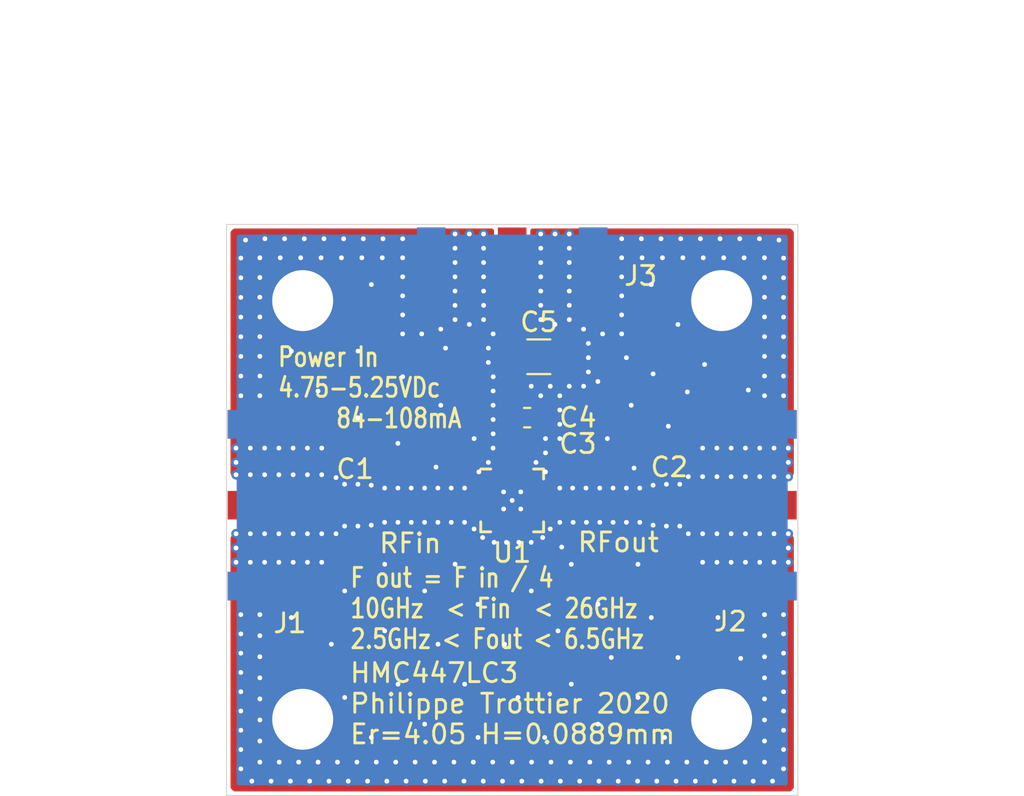
<source format=kicad_pcb>
(kicad_pcb (version 20171130) (host pcbnew 5.1.7)

  (general
    (thickness 1.6)
    (drawings 35)
    (tracks 414)
    (zones 0)
    (modules 13)
    (nets 7)
  )

  (page A4)
  (layers
    (0 F.Cu signal)
    (1 In1.Cu mixed)
    (2 In2.Cu mixed)
    (31 B.Cu signal)
    (33 F.Adhes user)
    (35 F.Paste user)
    (37 F.SilkS user)
    (38 B.Mask user hide)
    (39 F.Mask user)
    (40 Dwgs.User user)
    (41 Cmts.User user)
    (42 Eco1.User user)
    (43 Eco2.User user)
    (44 Edge.Cuts user)
    (45 Margin user)
    (46 B.CrtYd user)
    (47 F.CrtYd user)
    (49 F.Fab user)
  )

  (setup
    (last_trace_width 0.25)
    (trace_clearance 0.2)
    (zone_clearance 0.2)
    (zone_45_only no)
    (trace_min 0.12)
    (via_size 0.8)
    (via_drill 0.4)
    (via_min_size 0.4)
    (via_min_drill 0.2)
    (user_via 0.5 0.25)
    (uvia_size 0.3)
    (uvia_drill 0.1)
    (uvias_allowed no)
    (uvia_min_size 0.25)
    (uvia_min_drill 0.1)
    (edge_width 0.05)
    (segment_width 0.2)
    (pcb_text_width 0.3)
    (pcb_text_size 1.5 1.5)
    (mod_edge_width 0.12)
    (mod_text_size 1 1)
    (mod_text_width 0.15)
    (pad_size 1.5 1.5)
    (pad_drill 0)
    (pad_to_mask_clearance 0.05)
    (aux_axis_origin 0 0)
    (grid_origin 150 94)
    (visible_elements FFFFFF7F)
    (pcbplotparams
      (layerselection 0x010e8_ffffffff)
      (usegerberextensions false)
      (usegerberattributes true)
      (usegerberadvancedattributes true)
      (creategerberjobfile true)
      (excludeedgelayer true)
      (linewidth 0.100000)
      (plotframeref false)
      (viasonmask false)
      (mode 1)
      (useauxorigin false)
      (hpglpennumber 1)
      (hpglpenspeed 20)
      (hpglpendiameter 15.000000)
      (psnegative false)
      (psa4output false)
      (plotreference true)
      (plotvalue true)
      (plotinvisibletext false)
      (padsonsilk false)
      (subtractmaskfromsilk false)
      (outputformat 1)
      (mirror false)
      (drillshape 0)
      (scaleselection 1)
      (outputdirectory "Gerber/"))
  )

  (net 0 "")
  (net 1 GND)
  (net 2 /RFin)
  (net 3 /RFout)
  (net 4 VDC)
  (net 5 "Net-(C2-Pad1)")
  (net 6 "Net-(C1-Pad2)")

  (net_class Default "This is the default net class."
    (clearance 0.2)
    (trace_width 0.25)
    (via_dia 0.8)
    (via_drill 0.4)
    (uvia_dia 0.3)
    (uvia_drill 0.1)
    (add_net /RFin)
    (add_net /RFout)
    (add_net GND)
    (add_net "Net-(C1-Pad2)")
    (add_net "Net-(C2-Pad1)")
    (add_net VDC)
  )

  (module Package_DFN_QFN:UQFN-16-1EP_3x3mm_P0.5mm_HMC447LC3 (layer F.Cu) (tedit 5FD976DA) (tstamp 5FD9640F)
    (at 150 93.5)
    (descr "16-Lead Ultra Thin Quad Flat, No Lead Package (UC) - 3x3x0.5 mm Body [UQFN]; (see Microchip Packaging Specification 00000049BS.pdf)")
    (tags "QFN 0.5")
    (path /5FDB825E)
    (attr smd)
    (fp_text reference U1 (at 0 2.75) (layer F.SilkS)
      (effects (font (size 1 1) (thickness 0.15)))
    )
    (fp_text value HMC447LC3 (at 0 2.9) (layer F.Fab)
      (effects (font (size 1 1) (thickness 0.15)))
    )
    (fp_line (start -2.15 -2.15) (end -2.15 2.15) (layer F.CrtYd) (width 0.05))
    (fp_line (start 2.15 -2.15) (end 2.15 2.15) (layer F.CrtYd) (width 0.05))
    (fp_line (start -2.15 -2.15) (end 2.15 -2.15) (layer F.CrtYd) (width 0.05))
    (fp_line (start -2.15 2.15) (end 2.15 2.15) (layer F.CrtYd) (width 0.05))
    (fp_line (start 1.65 -1.65) (end 1.65 -1.125) (layer F.SilkS) (width 0.15))
    (fp_line (start -1.65 1.65) (end -1.65 1.125) (layer F.SilkS) (width 0.15))
    (fp_line (start 1.65 1.65) (end 1.65 1.125) (layer F.SilkS) (width 0.15))
    (fp_line (start -1.65 -1.65) (end -1.125 -1.65) (layer F.SilkS) (width 0.15))
    (fp_line (start -1.65 1.65) (end -1.125 1.65) (layer F.SilkS) (width 0.15))
    (fp_line (start 1.65 1.65) (end 1.125 1.65) (layer F.SilkS) (width 0.15))
    (fp_line (start 1.65 -1.65) (end 1.125 -1.65) (layer F.SilkS) (width 0.15))
    (fp_text user %R (at 0 0) (layer F.Fab)
      (effects (font (size 0.7 0.7) (thickness 0.105)))
    )
    (fp_line (start 1.524 -1.524) (end 1.524 1.524) (layer F.Fab) (width 0.12))
    (fp_line (start 1.524 1.524) (end -1.524 1.524) (layer F.Fab) (width 0.12))
    (fp_line (start -1.524 1.524) (end -1.524 -1.016) (layer F.Fab) (width 0.12))
    (fp_line (start -1.524 -1.016) (end -1.016 -1.524) (layer F.Fab) (width 0.12))
    (fp_line (start -1.016 -1.524) (end 1.524 -1.524) (layer F.Fab) (width 0.12))
    (pad 1 smd rect (at -1.37 -0.72) (size 0.64 0.25) (layers F.Cu F.Paste F.Mask))
    (pad 2 smd rect (at -1.37 -0.24) (size 0.64 0.25) (layers F.Cu F.Paste F.Mask))
    (pad 3 smd rect (at -1.37 0.24) (size 0.64 0.25) (layers F.Cu F.Paste F.Mask)
      (net 6 "Net-(C1-Pad2)"))
    (pad 4 smd rect (at -1.37 0.72) (size 0.64 0.25) (layers F.Cu F.Paste F.Mask))
    (pad 5 smd rect (at -0.72 1.37 90) (size 0.64 0.25) (layers F.Cu F.Paste F.Mask))
    (pad 6 smd rect (at -0.24 1.37 90) (size 0.64 0.25) (layers F.Cu F.Paste F.Mask))
    (pad 7 smd rect (at 0.24 1.37 90) (size 0.64 0.25) (layers F.Cu F.Paste F.Mask))
    (pad 8 smd rect (at 0.72 1.37 90) (size 0.64 0.25) (layers F.Cu F.Paste F.Mask))
    (pad 9 smd rect (at 1.37 0.72) (size 0.64 0.25) (layers F.Cu F.Paste F.Mask))
    (pad 10 smd rect (at 1.37 0.24) (size 0.64 0.25) (layers F.Cu F.Paste F.Mask)
      (net 5 "Net-(C2-Pad1)"))
    (pad 11 smd rect (at 1.37 -0.24) (size 0.64 0.25) (layers F.Cu F.Paste F.Mask))
    (pad 12 smd rect (at 1.37 -0.72) (size 0.64 0.25) (layers F.Cu F.Paste F.Mask))
    (pad 13 smd rect (at 0.72 -1.37 90) (size 0.64 0.25) (layers F.Cu F.Paste F.Mask))
    (pad 14 smd rect (at 0.24 -1.37 90) (size 0.64 0.25) (layers F.Cu F.Paste F.Mask)
      (net 4 VDC))
    (pad 15 smd rect (at -0.24 -1.37 90) (size 0.64 0.25) (layers F.Cu F.Paste F.Mask)
      (net 4 VDC))
    (pad 16 smd rect (at -0.72 -1.37 90) (size 0.64 0.25) (layers F.Cu F.Paste F.Mask))
    (pad "" smd rect (at 0.4 0.4) (size 0.6 0.6) (layers F.Paste))
    (pad 17 smd roundrect (at 0 0) (size 1.5 1.5) (layers F.Cu F.Mask) (roundrect_rratio 0.05)
      (net 1 GND) (zone_connect 2))
    (pad "" smd rect (at -0.4 0.4) (size 0.6 0.6) (layers F.Paste))
    (pad "" smd rect (at -0.4 -0.4) (size 0.6 0.6) (layers F.Paste))
    (pad "" smd rect (at 0.4 -0.4) (size 0.6 0.6) (layers F.Paste))
    (model ${KISYS3DMOD}/Package_DFN_QFN.3dshapes/UQFN-16-1EP_3x3mm_P0.5mm_EP1.75x1.75mm.wrl
      (at (xyz 0 0 0))
      (scale (xyz 1 1 1))
      (rotate (xyz 0 0 0))
    )
  )

  (module Capacitor_SMD:C_0402_1005Metric (layer F.Cu) (tedit 5B301BBE) (tstamp 5FD80DBA)
    (at 150.485 90.55)
    (descr "Capacitor SMD 0402 (1005 Metric), square (rectangular) end terminal, IPC_7351 nominal, (Body size source: http://www.tortai-tech.com/upload/download/2011102023233369053.pdf), generated with kicad-footprint-generator")
    (tags capacitor)
    (path /5FD86A1A)
    (attr smd)
    (fp_text reference C3 (at 2.965 -0.025) (layer F.SilkS)
      (effects (font (size 1 1) (thickness 0.15)))
    )
    (fp_text value 100pF (at 0 1.17) (layer F.Fab)
      (effects (font (size 1 1) (thickness 0.15)))
    )
    (fp_line (start -0.5 0.25) (end -0.5 -0.25) (layer F.Fab) (width 0.1))
    (fp_line (start -0.5 -0.25) (end 0.5 -0.25) (layer F.Fab) (width 0.1))
    (fp_line (start 0.5 -0.25) (end 0.5 0.25) (layer F.Fab) (width 0.1))
    (fp_line (start 0.5 0.25) (end -0.5 0.25) (layer F.Fab) (width 0.1))
    (fp_line (start -0.93 0.47) (end -0.93 -0.47) (layer F.CrtYd) (width 0.05))
    (fp_line (start -0.93 -0.47) (end 0.93 -0.47) (layer F.CrtYd) (width 0.05))
    (fp_line (start 0.93 -0.47) (end 0.93 0.47) (layer F.CrtYd) (width 0.05))
    (fp_line (start 0.93 0.47) (end -0.93 0.47) (layer F.CrtYd) (width 0.05))
    (fp_text user %R (at 0 0) (layer F.Fab)
      (effects (font (size 0.25 0.25) (thickness 0.04)))
    )
    (pad 1 smd roundrect (at -0.485 0) (size 0.59 0.64) (layers F.Cu F.Paste F.Mask) (roundrect_rratio 0.25)
      (net 4 VDC))
    (pad 2 smd roundrect (at 0.485 0) (size 0.59 0.64) (layers F.Cu F.Paste F.Mask) (roundrect_rratio 0.25)
      (net 1 GND))
    (model ${KISYS3DMOD}/Capacitor_SMD.3dshapes/C_0402_1005Metric.wrl
      (at (xyz 0 0 0))
      (scale (xyz 1 1 1))
      (rotate (xyz 0 0 0))
    )
  )

  (module Connector_Coaxial:SMA_Amphenol_132289_EdgeMount-RF (layer F.Cu) (tedit 5FD81FCC) (tstamp 5FD8750F)
    (at 137.6 93.75 180)
    (descr http://www.amphenolrf.com/132289.html)
    (tags SMA)
    (path /5FDA97A4)
    (attr smd)
    (fp_text reference J1 (at -0.73 -6.2 180) (layer F.SilkS)
      (effects (font (size 1 1) (thickness 0.15)))
    )
    (fp_text value Conn_Coaxial (at 5 6) (layer F.Fab) hide
      (effects (font (size 1 1) (thickness 0.15)))
    )
    (fp_line (start 3.54 0) (end 2.54 0.75) (layer F.Fab) (width 0.1))
    (fp_line (start 2.54 -0.75) (end 3.54 0) (layer F.Fab) (width 0.1))
    (fp_line (start 14.47 -5.58) (end -3.04 -5.58) (layer F.CrtYd) (width 0.05))
    (fp_line (start 14.47 -5.58) (end 14.47 5.58) (layer F.CrtYd) (width 0.05))
    (fp_line (start 14.47 5.58) (end -3.04 5.58) (layer F.CrtYd) (width 0.05))
    (fp_line (start -3.04 5.58) (end -3.04 -5.58) (layer F.CrtYd) (width 0.05))
    (fp_line (start 14.47 -5.58) (end -3.04 -5.58) (layer B.CrtYd) (width 0.05))
    (fp_line (start 14.47 -5.58) (end 14.47 5.58) (layer B.CrtYd) (width 0.05))
    (fp_line (start 14.47 5.58) (end -3.04 5.58) (layer B.CrtYd) (width 0.05))
    (fp_line (start -3.04 5.58) (end -3.04 -5.58) (layer B.CrtYd) (width 0.05))
    (fp_line (start 4.445 -3.81) (end 13.97 -3.81) (layer F.Fab) (width 0.1))
    (fp_line (start 13.97 -3.81) (end 13.97 3.81) (layer F.Fab) (width 0.1))
    (fp_line (start 13.97 3.81) (end 4.445 3.81) (layer F.Fab) (width 0.1))
    (fp_line (start 4.445 5.08) (end 4.445 3.81) (layer F.Fab) (width 0.1))
    (fp_line (start 4.445 -3.81) (end 4.445 -5.08) (layer F.Fab) (width 0.1))
    (fp_line (start -1.91 -5.08) (end 4.445 -5.08) (layer F.Fab) (width 0.1))
    (fp_line (start -1.91 -5.08) (end -1.91 -3.81) (layer F.Fab) (width 0.1))
    (fp_line (start -1.91 -3.81) (end 2.54 -3.81) (layer F.Fab) (width 0.1))
    (fp_line (start 2.54 -3.81) (end 2.54 3.81) (layer F.Fab) (width 0.1))
    (fp_line (start 2.54 3.81) (end -1.91 3.81) (layer F.Fab) (width 0.1))
    (fp_line (start -1.91 3.81) (end -1.91 5.08) (layer F.Fab) (width 0.1))
    (fp_line (start -1.91 5.08) (end 4.445 5.08) (layer F.Fab) (width 0.1))
    (fp_text user %R (at 4.79 0 270) (layer F.Fab)
      (effects (font (size 1 1) (thickness 0.15)))
    )
    (pad 1 smd rect (at 0 0 270) (size 1.5 5.08) (layers F.Cu F.Paste F.Mask)
      (net 2 /RFin))
    (pad 2 smd rect (at 0 -4.25 270) (size 1.5 5.08) (layers F.Cu F.Paste F.Mask)
      (net 1 GND))
    (pad 2 smd rect (at 0 4.25 270) (size 1.5 5.08) (layers F.Cu F.Paste F.Mask)
      (net 1 GND))
    (pad 2 smd rect (at 0 -4.25 270) (size 1.5 5.08) (layers B.Cu B.Paste B.Mask)
      (net 1 GND))
    (pad 2 smd rect (at 0 4.25 270) (size 1.5 5.08) (layers B.Cu B.Paste B.Mask)
      (net 1 GND))
    (model ${KISYS3DMOD}/Connector_Coaxial.3dshapes/SMA_Amphenol_132289_EdgeMount.wrl
      (at (xyz 0 0 0))
      (scale (xyz 1 1 1))
      (rotate (xyz 0 0 0))
    )
  )

  (module Connector_Coaxial:SMA_Amphenol_132289_EdgeMount-RF (layer F.Cu) (tedit 5FD81FCC) (tstamp 5FD8752E)
    (at 162.4 93.75)
    (descr http://www.amphenolrf.com/132289.html)
    (tags SMA)
    (path /5FDABC0F)
    (attr smd)
    (fp_text reference J2 (at -0.94 6.11 180) (layer F.SilkS)
      (effects (font (size 1 1) (thickness 0.15)))
    )
    (fp_text value Conn_Coaxial (at 5 6) (layer F.Fab) hide
      (effects (font (size 1 1) (thickness 0.15)))
    )
    (fp_line (start -1.91 5.08) (end 4.445 5.08) (layer F.Fab) (width 0.1))
    (fp_line (start -1.91 3.81) (end -1.91 5.08) (layer F.Fab) (width 0.1))
    (fp_line (start 2.54 3.81) (end -1.91 3.81) (layer F.Fab) (width 0.1))
    (fp_line (start 2.54 -3.81) (end 2.54 3.81) (layer F.Fab) (width 0.1))
    (fp_line (start -1.91 -3.81) (end 2.54 -3.81) (layer F.Fab) (width 0.1))
    (fp_line (start -1.91 -5.08) (end -1.91 -3.81) (layer F.Fab) (width 0.1))
    (fp_line (start -1.91 -5.08) (end 4.445 -5.08) (layer F.Fab) (width 0.1))
    (fp_line (start 4.445 -3.81) (end 4.445 -5.08) (layer F.Fab) (width 0.1))
    (fp_line (start 4.445 5.08) (end 4.445 3.81) (layer F.Fab) (width 0.1))
    (fp_line (start 13.97 3.81) (end 4.445 3.81) (layer F.Fab) (width 0.1))
    (fp_line (start 13.97 -3.81) (end 13.97 3.81) (layer F.Fab) (width 0.1))
    (fp_line (start 4.445 -3.81) (end 13.97 -3.81) (layer F.Fab) (width 0.1))
    (fp_line (start -3.04 5.58) (end -3.04 -5.58) (layer B.CrtYd) (width 0.05))
    (fp_line (start 14.47 5.58) (end -3.04 5.58) (layer B.CrtYd) (width 0.05))
    (fp_line (start 14.47 -5.58) (end 14.47 5.58) (layer B.CrtYd) (width 0.05))
    (fp_line (start 14.47 -5.58) (end -3.04 -5.58) (layer B.CrtYd) (width 0.05))
    (fp_line (start -3.04 5.58) (end -3.04 -5.58) (layer F.CrtYd) (width 0.05))
    (fp_line (start 14.47 5.58) (end -3.04 5.58) (layer F.CrtYd) (width 0.05))
    (fp_line (start 14.47 -5.58) (end 14.47 5.58) (layer F.CrtYd) (width 0.05))
    (fp_line (start 14.47 -5.58) (end -3.04 -5.58) (layer F.CrtYd) (width 0.05))
    (fp_line (start 2.54 -0.75) (end 3.54 0) (layer F.Fab) (width 0.1))
    (fp_line (start 3.54 0) (end 2.54 0.75) (layer F.Fab) (width 0.1))
    (fp_text user %R (at 4.79 0 270) (layer F.Fab)
      (effects (font (size 1 1) (thickness 0.15)))
    )
    (pad 2 smd rect (at 0 4.25 90) (size 1.5 5.08) (layers B.Cu B.Paste B.Mask)
      (net 1 GND))
    (pad 2 smd rect (at 0 -4.25 90) (size 1.5 5.08) (layers B.Cu B.Paste B.Mask)
      (net 1 GND))
    (pad 2 smd rect (at 0 4.25 90) (size 1.5 5.08) (layers F.Cu F.Paste F.Mask)
      (net 1 GND))
    (pad 2 smd rect (at 0 -4.25 90) (size 1.5 5.08) (layers F.Cu F.Paste F.Mask)
      (net 1 GND))
    (pad 1 smd rect (at 0 0 90) (size 1.5 5.08) (layers F.Cu F.Paste F.Mask)
      (net 3 /RFout))
    (model ${KISYS3DMOD}/Connector_Coaxial.3dshapes/SMA_Amphenol_132289_EdgeMount.wrl
      (at (xyz 0 0 0))
      (scale (xyz 1 1 1))
      (rotate (xyz 0 0 0))
    )
  )

  (module Connector_Coaxial:SMA_Amphenol_132289_EdgeMount-RF (layer F.Cu) (tedit 5FD81FCC) (tstamp 5FD8754D)
    (at 150 81.7 90)
    (descr http://www.amphenolrf.com/132289.html)
    (tags SMA)
    (path /5FDD017F)
    (attr smd)
    (fp_text reference J3 (at 0 6.75) (layer F.SilkS)
      (effects (font (size 1 1) (thickness 0.15)))
    )
    (fp_text value Conn_Coaxial_Power (at 5 6 90) (layer F.Fab) hide
      (effects (font (size 1 1) (thickness 0.15)))
    )
    (fp_line (start 3.54 0) (end 2.54 0.75) (layer F.Fab) (width 0.1))
    (fp_line (start 2.54 -0.75) (end 3.54 0) (layer F.Fab) (width 0.1))
    (fp_line (start 14.47 -5.58) (end -3.04 -5.58) (layer F.CrtYd) (width 0.05))
    (fp_line (start 14.47 -5.58) (end 14.47 5.58) (layer F.CrtYd) (width 0.05))
    (fp_line (start 14.47 5.58) (end -3.04 5.58) (layer F.CrtYd) (width 0.05))
    (fp_line (start -3.04 5.58) (end -3.04 -5.58) (layer F.CrtYd) (width 0.05))
    (fp_line (start 14.47 -5.58) (end -3.04 -5.58) (layer B.CrtYd) (width 0.05))
    (fp_line (start 14.47 -5.58) (end 14.47 5.58) (layer B.CrtYd) (width 0.05))
    (fp_line (start 14.47 5.58) (end -3.04 5.58) (layer B.CrtYd) (width 0.05))
    (fp_line (start -3.04 5.58) (end -3.04 -5.58) (layer B.CrtYd) (width 0.05))
    (fp_line (start 4.445 -3.81) (end 13.97 -3.81) (layer F.Fab) (width 0.1))
    (fp_line (start 13.97 -3.81) (end 13.97 3.81) (layer F.Fab) (width 0.1))
    (fp_line (start 13.97 3.81) (end 4.445 3.81) (layer F.Fab) (width 0.1))
    (fp_line (start 4.445 5.08) (end 4.445 3.81) (layer F.Fab) (width 0.1))
    (fp_line (start 4.445 -3.81) (end 4.445 -5.08) (layer F.Fab) (width 0.1))
    (fp_line (start -1.91 -5.08) (end 4.445 -5.08) (layer F.Fab) (width 0.1))
    (fp_line (start -1.91 -5.08) (end -1.91 -3.81) (layer F.Fab) (width 0.1))
    (fp_line (start -1.91 -3.81) (end 2.54 -3.81) (layer F.Fab) (width 0.1))
    (fp_line (start 2.54 -3.81) (end 2.54 3.81) (layer F.Fab) (width 0.1))
    (fp_line (start 2.54 3.81) (end -1.91 3.81) (layer F.Fab) (width 0.1))
    (fp_line (start -1.91 3.81) (end -1.91 5.08) (layer F.Fab) (width 0.1))
    (fp_line (start -1.91 5.08) (end 4.445 5.08) (layer F.Fab) (width 0.1))
    (fp_text user %R (at 4.79 0 180) (layer F.Fab)
      (effects (font (size 1 1) (thickness 0.15)))
    )
    (pad 1 smd rect (at 0 0 180) (size 1.5 5.08) (layers F.Cu F.Paste F.Mask)
      (net 4 VDC))
    (pad 2 smd rect (at 0 -4.25 180) (size 1.5 5.08) (layers F.Cu F.Paste F.Mask)
      (net 1 GND))
    (pad 2 smd rect (at 0 4.25 180) (size 1.5 5.08) (layers F.Cu F.Paste F.Mask)
      (net 1 GND))
    (pad 2 smd rect (at 0 -4.25 180) (size 1.5 5.08) (layers B.Cu B.Paste B.Mask)
      (net 1 GND))
    (pad 2 smd rect (at 0 4.25 180) (size 1.5 5.08) (layers B.Cu B.Paste B.Mask)
      (net 1 GND))
    (model ${KISYS3DMOD}/Connector_Coaxial.3dshapes/SMA_Amphenol_132289_EdgeMount.wrl
      (at (xyz 0 0 0))
      (scale (xyz 1 1 1))
      (rotate (xyz 0 0 0))
    )
  )

  (module Capacitor_SMD:C_0402_1005Metric (layer F.Cu) (tedit 5B301BBE) (tstamp 5FD8CB8C)
    (at 158.265 93.75)
    (descr "Capacitor SMD 0402 (1005 Metric), square (rectangular) end terminal, IPC_7351 nominal, (Body size source: http://www.tortai-tech.com/upload/download/2011102023233369053.pdf), generated with kicad-footprint-generator")
    (tags capacitor)
    (path /5FEB67DA)
    (attr smd)
    (fp_text reference C2 (at -0.015 -2) (layer F.SilkS)
      (effects (font (size 1 1) (thickness 0.15)))
    )
    (fp_text value 100pF (at 0 1.17) (layer F.Fab)
      (effects (font (size 1 1) (thickness 0.15)))
    )
    (fp_line (start -0.5 0.25) (end -0.5 -0.25) (layer F.Fab) (width 0.1))
    (fp_line (start -0.5 -0.25) (end 0.5 -0.25) (layer F.Fab) (width 0.1))
    (fp_line (start 0.5 -0.25) (end 0.5 0.25) (layer F.Fab) (width 0.1))
    (fp_line (start 0.5 0.25) (end -0.5 0.25) (layer F.Fab) (width 0.1))
    (fp_line (start -0.93 0.47) (end -0.93 -0.47) (layer F.CrtYd) (width 0.05))
    (fp_line (start -0.93 -0.47) (end 0.93 -0.47) (layer F.CrtYd) (width 0.05))
    (fp_line (start 0.93 -0.47) (end 0.93 0.47) (layer F.CrtYd) (width 0.05))
    (fp_line (start 0.93 0.47) (end -0.93 0.47) (layer F.CrtYd) (width 0.05))
    (fp_text user %R (at 0 0) (layer F.Fab)
      (effects (font (size 0.25 0.25) (thickness 0.04)))
    )
    (pad 1 smd roundrect (at -0.485 0) (size 0.59 0.64) (layers F.Cu F.Paste F.Mask) (roundrect_rratio 0.25)
      (net 5 "Net-(C2-Pad1)"))
    (pad 2 smd roundrect (at 0.485 0) (size 0.59 0.64) (layers F.Cu F.Paste F.Mask) (roundrect_rratio 0.25)
      (net 3 /RFout))
    (model ${KISYS3DMOD}/Capacitor_SMD.3dshapes/C_0402_1005Metric.wrl
      (at (xyz 0 0 0))
      (scale (xyz 1 1 1))
      (rotate (xyz 0 0 0))
    )
  )

  (module Capacitor_SMD:C_0402_1005Metric (layer F.Cu) (tedit 5B301BBE) (tstamp 5FD8DD3B)
    (at 141.735 93.75)
    (descr "Capacitor SMD 0402 (1005 Metric), square (rectangular) end terminal, IPC_7351 nominal, (Body size source: http://www.tortai-tech.com/upload/download/2011102023233369053.pdf), generated with kicad-footprint-generator")
    (tags capacitor)
    (path /5FF0BFEF)
    (attr smd)
    (fp_text reference C1 (at 0.015 -1.9 180) (layer F.SilkS)
      (effects (font (size 1 1) (thickness 0.15)))
    )
    (fp_text value 10pF (at 0 1.17) (layer F.Fab)
      (effects (font (size 1 1) (thickness 0.15)))
    )
    (fp_line (start -0.5 0.25) (end -0.5 -0.25) (layer F.Fab) (width 0.1))
    (fp_line (start -0.5 -0.25) (end 0.5 -0.25) (layer F.Fab) (width 0.1))
    (fp_line (start 0.5 -0.25) (end 0.5 0.25) (layer F.Fab) (width 0.1))
    (fp_line (start 0.5 0.25) (end -0.5 0.25) (layer F.Fab) (width 0.1))
    (fp_line (start -0.93 0.47) (end -0.93 -0.47) (layer F.CrtYd) (width 0.05))
    (fp_line (start -0.93 -0.47) (end 0.93 -0.47) (layer F.CrtYd) (width 0.05))
    (fp_line (start 0.93 -0.47) (end 0.93 0.47) (layer F.CrtYd) (width 0.05))
    (fp_line (start 0.93 0.47) (end -0.93 0.47) (layer F.CrtYd) (width 0.05))
    (fp_text user %R (at 0 0) (layer F.Fab)
      (effects (font (size 0.25 0.25) (thickness 0.04)))
    )
    (pad 1 smd roundrect (at -0.485 0) (size 0.59 0.64) (layers F.Cu F.Paste F.Mask) (roundrect_rratio 0.25)
      (net 2 /RFin))
    (pad 2 smd roundrect (at 0.485 0) (size 0.59 0.64) (layers F.Cu F.Paste F.Mask) (roundrect_rratio 0.25)
      (net 6 "Net-(C1-Pad2)"))
    (model ${KISYS3DMOD}/Capacitor_SMD.3dshapes/C_0402_1005Metric.wrl
      (at (xyz 0 0 0))
      (scale (xyz 1 1 1))
      (rotate (xyz 0 0 0))
    )
  )

  (module MountingHole:MountingHole_3.2mm_M3 (layer F.Cu) (tedit 56D1B4CB) (tstamp 5FD916E5)
    (at 139 105)
    (descr "Mounting Hole 3.2mm, no annular, M3")
    (tags "mounting hole 3.2mm no annular m3")
    (path /5FF6259C)
    (attr virtual)
    (fp_text reference MH1 (at 0 -4.2) (layer F.SilkS) hide
      (effects (font (size 1 1) (thickness 0.15)))
    )
    (fp_text value MountingHole_Pad (at 0 4.2) (layer F.Fab) hide
      (effects (font (size 1 1) (thickness 0.15)))
    )
    (fp_circle (center 0 0) (end 3.45 0) (layer F.CrtYd) (width 0.05))
    (fp_circle (center 0 0) (end 3.2 0) (layer Cmts.User) (width 0.15))
    (fp_text user %R (at 0.3 0) (layer F.Fab)
      (effects (font (size 1 1) (thickness 0.15)))
    )
    (pad 1 np_thru_hole circle (at 0 0) (size 3.2 3.2) (drill 3.2) (layers *.Cu *.Mask)
      (net 1 GND))
  )

  (module MountingHole:MountingHole_3.2mm_M3 (layer F.Cu) (tedit 56D1B4CB) (tstamp 5FD916ED)
    (at 139 83)
    (descr "Mounting Hole 3.2mm, no annular, M3")
    (tags "mounting hole 3.2mm no annular m3")
    (path /5FF647B7)
    (attr virtual)
    (fp_text reference MH2 (at 0 -4.2) (layer F.SilkS) hide
      (effects (font (size 1 1) (thickness 0.15)))
    )
    (fp_text value MountingHole_Pad (at 0 4.2) (layer F.Fab) hide
      (effects (font (size 1 1) (thickness 0.15)))
    )
    (fp_circle (center 0 0) (end 3.2 0) (layer Cmts.User) (width 0.15))
    (fp_circle (center 0 0) (end 3.45 0) (layer F.CrtYd) (width 0.05))
    (fp_text user %R (at 0.3 0) (layer F.Fab)
      (effects (font (size 1 1) (thickness 0.15)))
    )
    (pad 1 np_thru_hole circle (at 0 0) (size 3.2 3.2) (drill 3.2) (layers *.Cu *.Mask)
      (net 1 GND))
  )

  (module MountingHole:MountingHole_3.2mm_M3 (layer F.Cu) (tedit 56D1B4CB) (tstamp 5FD916F5)
    (at 161 105)
    (descr "Mounting Hole 3.2mm, no annular, M3")
    (tags "mounting hole 3.2mm no annular m3")
    (path /5FF604AB)
    (attr virtual)
    (fp_text reference MH3 (at 0 -4.2) (layer F.SilkS) hide
      (effects (font (size 1 1) (thickness 0.15)))
    )
    (fp_text value MountingHole_Pad (at 0 4.2) (layer F.Fab) hide
      (effects (font (size 1 1) (thickness 0.15)))
    )
    (fp_circle (center 0 0) (end 3.2 0) (layer Cmts.User) (width 0.15))
    (fp_circle (center 0 0) (end 3.45 0) (layer F.CrtYd) (width 0.05))
    (fp_text user %R (at 0.3 0) (layer F.Fab)
      (effects (font (size 1 1) (thickness 0.15)))
    )
    (pad 1 np_thru_hole circle (at 0 0) (size 3.2 3.2) (drill 3.2) (layers *.Cu *.Mask)
      (net 1 GND))
  )

  (module MountingHole:MountingHole_3.2mm_M3 (layer F.Cu) (tedit 56D1B4CB) (tstamp 5FD916FD)
    (at 161 83)
    (descr "Mounting Hole 3.2mm, no annular, M3")
    (tags "mounting hole 3.2mm no annular m3")
    (path /5FF5F18D)
    (attr virtual)
    (fp_text reference MH4 (at 0 -4.2) (layer F.SilkS) hide
      (effects (font (size 1 1) (thickness 0.15)))
    )
    (fp_text value MountingHole_Pad (at 0 4.2) (layer F.Fab) hide
      (effects (font (size 1 1) (thickness 0.15)))
    )
    (fp_circle (center 0 0) (end 3.45 0) (layer F.CrtYd) (width 0.05))
    (fp_circle (center 0 0) (end 3.2 0) (layer Cmts.User) (width 0.15))
    (fp_text user %R (at 0.3 0) (layer F.Fab)
      (effects (font (size 1 1) (thickness 0.15)))
    )
    (pad 1 np_thru_hole circle (at 0 0) (size 3.2 3.2) (drill 3.2) (layers *.Cu *.Mask)
      (net 1 GND))
  )

  (module Capacitor_SMD:C_0603_1608Metric (layer F.Cu) (tedit 5B301BBE) (tstamp 5FD96163)
    (at 150.7875 89.15)
    (descr "Capacitor SMD 0603 (1608 Metric), square (rectangular) end terminal, IPC_7351 nominal, (Body size source: http://www.tortai-tech.com/upload/download/2011102023233369053.pdf), generated with kicad-footprint-generator")
    (tags capacitor)
    (path /5FD87039)
    (attr smd)
    (fp_text reference C4 (at 2.6625 0) (layer F.SilkS)
      (effects (font (size 1 1) (thickness 0.15)))
    )
    (fp_text value 10nF (at 0 1.43) (layer F.Fab)
      (effects (font (size 1 1) (thickness 0.15)))
    )
    (fp_line (start -0.8 0.4) (end -0.8 -0.4) (layer F.Fab) (width 0.1))
    (fp_line (start -0.8 -0.4) (end 0.8 -0.4) (layer F.Fab) (width 0.1))
    (fp_line (start 0.8 -0.4) (end 0.8 0.4) (layer F.Fab) (width 0.1))
    (fp_line (start 0.8 0.4) (end -0.8 0.4) (layer F.Fab) (width 0.1))
    (fp_line (start -0.162779 -0.51) (end 0.162779 -0.51) (layer F.SilkS) (width 0.12))
    (fp_line (start -0.162779 0.51) (end 0.162779 0.51) (layer F.SilkS) (width 0.12))
    (fp_line (start -1.48 0.73) (end -1.48 -0.73) (layer F.CrtYd) (width 0.05))
    (fp_line (start -1.48 -0.73) (end 1.48 -0.73) (layer F.CrtYd) (width 0.05))
    (fp_line (start 1.48 -0.73) (end 1.48 0.73) (layer F.CrtYd) (width 0.05))
    (fp_line (start 1.48 0.73) (end -1.48 0.73) (layer F.CrtYd) (width 0.05))
    (fp_text user %R (at 0 0) (layer F.Fab)
      (effects (font (size 0.4 0.4) (thickness 0.06)))
    )
    (pad 1 smd roundrect (at -0.7875 0) (size 0.875 0.95) (layers F.Cu F.Paste F.Mask) (roundrect_rratio 0.25)
      (net 4 VDC))
    (pad 2 smd roundrect (at 0.7875 0) (size 0.875 0.95) (layers F.Cu F.Paste F.Mask) (roundrect_rratio 0.25)
      (net 1 GND))
    (model ${KISYS3DMOD}/Capacitor_SMD.3dshapes/C_0603_1608Metric.wrl
      (at (xyz 0 0 0))
      (scale (xyz 1 1 1))
      (rotate (xyz 0 0 0))
    )
  )

  (module Capacitor_SMD:C_1206_3216Metric (layer F.Cu) (tedit 5B301BBE) (tstamp 5FD970F7)
    (at 151.4 85.95)
    (descr "Capacitor SMD 1206 (3216 Metric), square (rectangular) end terminal, IPC_7351 nominal, (Body size source: http://www.tortai-tech.com/upload/download/2011102023233369053.pdf), generated with kicad-footprint-generator")
    (tags capacitor)
    (path /5FD877CD)
    (attr smd)
    (fp_text reference C5 (at 0 -1.82) (layer F.SilkS)
      (effects (font (size 1 1) (thickness 0.15)))
    )
    (fp_text value 2.2µF (at 0 1.82) (layer F.Fab)
      (effects (font (size 1 1) (thickness 0.15)))
    )
    (fp_line (start 2.28 1.12) (end -2.28 1.12) (layer F.CrtYd) (width 0.05))
    (fp_line (start 2.28 -1.12) (end 2.28 1.12) (layer F.CrtYd) (width 0.05))
    (fp_line (start -2.28 -1.12) (end 2.28 -1.12) (layer F.CrtYd) (width 0.05))
    (fp_line (start -2.28 1.12) (end -2.28 -1.12) (layer F.CrtYd) (width 0.05))
    (fp_line (start -0.602064 0.91) (end 0.602064 0.91) (layer F.SilkS) (width 0.12))
    (fp_line (start -0.602064 -0.91) (end 0.602064 -0.91) (layer F.SilkS) (width 0.12))
    (fp_line (start 1.6 0.8) (end -1.6 0.8) (layer F.Fab) (width 0.1))
    (fp_line (start 1.6 -0.8) (end 1.6 0.8) (layer F.Fab) (width 0.1))
    (fp_line (start -1.6 -0.8) (end 1.6 -0.8) (layer F.Fab) (width 0.1))
    (fp_line (start -1.6 0.8) (end -1.6 -0.8) (layer F.Fab) (width 0.1))
    (fp_text user %R (at 0 0) (layer F.Fab)
      (effects (font (size 0.8 0.8) (thickness 0.12)))
    )
    (pad 1 smd roundrect (at -1.4 0) (size 1.25 1.75) (layers F.Cu F.Paste F.Mask) (roundrect_rratio 0.2)
      (net 4 VDC))
    (pad 2 smd roundrect (at 1.4 0) (size 1.25 1.75) (layers F.Cu F.Paste F.Mask) (roundrect_rratio 0.2)
      (net 1 GND))
    (model ${KISYS3DMOD}/Capacitor_SMD.3dshapes/C_1206_3216Metric.wrl
      (at (xyz 0 0 0))
      (scale (xyz 1 1 1))
      (rotate (xyz 0 0 0))
    )
  )

  (gr_text "F out = F in / 4\n10GHz  < Fin  < 26GHz\n2.5GHz < Fout < 6.5GHz " (at 141.425 99.175) (layer F.SilkS)
    (effects (font (size 1 0.8) (thickness 0.15)) (justify left))
  )
  (gr_line (start 148.4 85) (end 148.4 92.5) (layer F.Mask) (width 0.8) (tstamp 5FD90722))
  (gr_poly (pts (xy 165 94.9) (xy 152.1 94.9) (xy 152.1 94) (xy 151.7 93.75) (xy 152.1 93.5) (xy 152.1 92.6) (xy 165 92.6)) (layer F.Mask) (width 0.1))
  (gr_poly (pts (xy 147.9 93.5) (xy 148.4 93.75) (xy 147.9 94) (xy 147.9 94.9) (xy 135 94.9) (xy 135 92.6) (xy 147.9 92.6)) (layer F.Mask) (width 0.1) (tstamp 5FD92023))
  (gr_line (start 148.4 95.5) (end 148.4 107.6) (layer F.Mask) (width 0.8))
  (gr_text "Power In\n4.75-5.25VDc\n     84-108mA" (at 137.625 87.575) (layer F.SilkS)
    (effects (font (size 1 0.8) (thickness 0.15)) (justify left))
  )
  (gr_text RFout (at 155.575 95.7) (layer F.SilkS)
    (effects (font (size 1 1) (thickness 0.15)))
  )
  (gr_text RFin (at 144.65 95.75) (layer F.SilkS)
    (effects (font (size 1 1) (thickness 0.15)))
  )
  (gr_text "HMC447LC3\nPhilippe Trottier 2020\nEr=4.05 H=0.0889mm" (at 141.4 104.175) (layer F.SilkS)
    (effects (font (size 1 1) (thickness 0.15)) (justify left))
  )
  (gr_poly (pts (xy 165 107) (xy 165 109) (xy 135 109) (xy 135 107)) (layer F.Mask) (width 0.1) (tstamp 5FD8A5FE))
  (gr_poly (pts (xy 165 79) (xy 165 81) (xy 154.75 81) (xy 154.75 79)) (layer F.Mask) (width 0.1) (tstamp 5FD8A5FE))
  (gr_poly (pts (xy 145.25 79) (xy 145.25 81) (xy 135 81) (xy 135 79)) (layer F.Mask) (width 0.1) (tstamp 5FD8A5FE))
  (gr_poly (pts (xy 137 89.25) (xy 135 89.25) (xy 135 79) (xy 137 79)) (layer F.Mask) (width 0.1) (tstamp 5FD8A5FE))
  (gr_poly (pts (xy 137 109) (xy 135 109) (xy 135 98.75) (xy 137 98.75)) (layer F.Mask) (width 0.1) (tstamp 5FD8A5FE))
  (gr_poly (pts (xy 165 109) (xy 163 109) (xy 163 98.75) (xy 165 98.75)) (layer F.Mask) (width 0.1) (tstamp 5FD8A5FE))
  (gr_poly (pts (xy 165 89.25) (xy 163 89.25) (xy 163 79) (xy 165 79)) (layer F.Mask) (width 0.1))
  (gr_line (start 148 79.25) (end 148 84) (layer Dwgs.User) (width 0.15))
  (gr_line (start 152 79.25) (end 152 84) (layer Dwgs.User) (width 0.15))
  (gr_line (start 163.75 80.25) (end 155.75 80.25) (layer Dwgs.User) (width 0.15))
  (gr_line (start 163.75 88) (end 163.75 80.25) (layer Dwgs.User) (width 0.15))
  (gr_line (start 136.25 80.25) (end 144.25 80.25) (layer Dwgs.User) (width 0.15))
  (gr_line (start 136.25 88) (end 136.25 80.25) (layer Dwgs.User) (width 0.15))
  (gr_line (start 136.25 100.25) (end 136.25 99.5) (layer Dwgs.User) (width 0.15))
  (gr_line (start 163.75 107.75) (end 163.75 99.5) (layer Dwgs.User) (width 0.15))
  (gr_line (start 135.25 91.5) (end 164.75 91.5) (layer Dwgs.User) (width 0.15))
  (gr_line (start 158.25 96) (end 164.75 96) (layer Dwgs.User) (width 0.15))
  (gr_line (start 152.5 96) (end 158.25 96) (layer Dwgs.User) (width 0.15))
  (gr_line (start 135.25 96) (end 147.5 96) (layer Dwgs.User) (width 0.15))
  (gr_line (start 136.25 107.75) (end 136.25 100.25) (layer Dwgs.User) (width 0.15))
  (gr_line (start 163.75 107.75) (end 136.25 107.75) (layer Dwgs.User) (width 0.15))
  (gr_poly (pts (xy 165 109) (xy 135 109) (xy 135 79) (xy 165 79)) (layer B.Mask) (width 0.1))
  (gr_line (start 165 109) (end 165 79) (layer Edge.Cuts) (width 0.05) (tstamp 5FD82B21))
  (gr_line (start 135 109) (end 165 109) (layer Edge.Cuts) (width 0.05))
  (gr_line (start 165 79) (end 135 79) (layer Edge.Cuts) (width 0.05))
  (gr_line (start 135 109) (end 135 79) (layer Edge.Cuts) (width 0.05))

  (via (at 149.55 93.05) (size 0.5) (drill 0.25) (layers F.Cu B.Cu) (net 1))
  (via (at 149.55 93.95) (size 0.5) (drill 0.25) (layers F.Cu B.Cu) (net 1))
  (via (at 150.45 93.95) (size 0.5) (drill 0.25) (layers F.Cu B.Cu) (net 1))
  (via (at 150 93.5) (size 0.5) (drill 0.25) (layers F.Cu B.Cu) (net 1))
  (via (at 150.45 93.05) (size 0.5) (drill 0.25) (layers F.Cu B.Cu) (net 1))
  (via (at 152.25 84.25) (size 0.5) (drill 0.25) (layers F.Cu B.Cu) (net 1))
  (via (at 151.6 95.45) (size 0.5) (drill 0.25) (layers F.Cu B.Cu) (net 1))
  (via (at 151 95.7) (size 0.5) (drill 0.25) (layers F.Cu B.Cu) (net 1))
  (via (at 150.35 95.7) (size 0.5) (drill 0.25) (layers F.Cu B.Cu) (net 1))
  (via (at 149.7 95.7) (size 0.5) (drill 0.25) (layers F.Cu B.Cu) (net 1))
  (via (at 149.05 95.7) (size 0.5) (drill 0.25) (layers F.Cu B.Cu) (net 1))
  (via (at 135.5 95.25) (size 0.5) (drill 0.25) (layers F.Cu B.Cu) (net 1))
  (via (at 136.25 95.25) (size 0.5) (drill 0.25) (layers F.Cu B.Cu) (net 1))
  (via (at 137 95.25) (size 0.5) (drill 0.25) (layers F.Cu B.Cu) (net 1))
  (via (at 137.75 95.25) (size 0.5) (drill 0.25) (layers F.Cu B.Cu) (net 1))
  (via (at 138.5 95.25) (size 0.5) (drill 0.25) (layers F.Cu B.Cu) (net 1))
  (via (at 139.25 95.25) (size 0.5) (drill 0.25) (layers F.Cu B.Cu) (net 1))
  (via (at 140 95.25) (size 0.5) (drill 0.25) (layers F.Cu B.Cu) (net 1))
  (via (at 140.75 95.25) (size 0.5) (drill 0.25) (layers F.Cu B.Cu) (net 1))
  (via (at 164.5 95.25) (size 0.5) (drill 0.25) (layers F.Cu B.Cu) (net 1))
  (via (at 163.75 95.25) (size 0.5) (drill 0.25) (layers F.Cu B.Cu) (net 1))
  (via (at 163 95.25) (size 0.5) (drill 0.25) (layers F.Cu B.Cu) (net 1))
  (via (at 162.25 95.25) (size 0.5) (drill 0.25) (layers F.Cu B.Cu) (net 1))
  (via (at 161.5 95.25) (size 0.5) (drill 0.25) (layers F.Cu B.Cu) (net 1))
  (via (at 160.75 95.25) (size 0.5) (drill 0.25) (layers F.Cu B.Cu) (net 1))
  (via (at 160 95.25) (size 0.5) (drill 0.25) (layers F.Cu B.Cu) (net 1))
  (via (at 159.25 95.25) (size 0.5) (drill 0.25) (layers F.Cu B.Cu) (net 1))
  (via (at 152.6 95.95) (size 0.5) (drill 0.25) (layers F.Cu B.Cu) (net 1))
  (via (at 135.5 96) (size 0.5) (drill 0.25) (layers F.Cu B.Cu) (net 1))
  (via (at 135.5 96.75) (size 0.5) (drill 0.25) (layers F.Cu B.Cu) (net 1))
  (via (at 135.5 92.15) (size 0.5) (drill 0.25) (layers F.Cu B.Cu) (net 1))
  (via (at 135.5 91.5) (size 0.5) (drill 0.25) (layers F.Cu B.Cu) (net 1))
  (via (at 135.5 90.75) (size 0.5) (drill 0.25) (layers F.Cu B.Cu) (net 1))
  (via (at 136.25 90.75) (size 0.5) (drill 0.25) (layers F.Cu B.Cu) (net 1))
  (via (at 137 90.75) (size 0.5) (drill 0.25) (layers F.Cu B.Cu) (net 1))
  (via (at 136.25 92.15) (size 0.5) (drill 0.25) (layers F.Cu B.Cu) (net 1))
  (via (at 137 92.15) (size 0.5) (drill 0.25) (layers F.Cu B.Cu) (net 1))
  (via (at 137.75 92.15) (size 0.5) (drill 0.25) (layers F.Cu B.Cu) (net 1))
  (via (at 138.5 92.15) (size 0.5) (drill 0.25) (layers F.Cu B.Cu) (net 1))
  (via (at 139.25 92.15) (size 0.5) (drill 0.25) (layers F.Cu B.Cu) (net 1))
  (via (at 140 92.15) (size 0.5) (drill 0.25) (layers F.Cu B.Cu) (net 1))
  (via (at 140.75 92.3) (size 0.5) (drill 0.25) (layers F.Cu B.Cu) (net 1))
  (via (at 159.25 92.25) (size 0.5) (drill 0.25) (layers F.Cu B.Cu) (net 1))
  (via (at 160 92.25) (size 0.5) (drill 0.25) (layers F.Cu B.Cu) (net 1))
  (via (at 160.75 92.25) (size 0.5) (drill 0.25) (layers F.Cu B.Cu) (net 1))
  (via (at 161.5 92.25) (size 0.5) (drill 0.25) (layers F.Cu B.Cu) (net 1))
  (via (at 162.25 92.25) (size 0.5) (drill 0.25) (layers F.Cu B.Cu) (net 1))
  (via (at 163 92.25) (size 0.5) (drill 0.25) (layers F.Cu B.Cu) (net 1))
  (via (at 163.75 92.25) (size 0.5) (drill 0.25) (layers F.Cu B.Cu) (net 1))
  (via (at 164.5 92.25) (size 0.5) (drill 0.25) (layers F.Cu B.Cu) (net 1))
  (via (at 164.5 91.5) (size 0.5) (drill 0.25) (layers F.Cu B.Cu) (net 1))
  (via (at 164.5 90.75) (size 0.5) (drill 0.25) (layers F.Cu B.Cu) (net 1))
  (via (at 163.75 90.75) (size 0.5) (drill 0.25) (layers F.Cu B.Cu) (net 1))
  (via (at 163 90.75) (size 0.5) (drill 0.25) (layers F.Cu B.Cu) (net 1))
  (via (at 162.25 90.75) (size 0.5) (drill 0.25) (layers F.Cu B.Cu) (net 1))
  (via (at 161.5 90.75) (size 0.5) (drill 0.25) (layers F.Cu B.Cu) (net 1))
  (via (at 160.75 90.75) (size 0.5) (drill 0.25) (layers F.Cu B.Cu) (net 1))
  (via (at 160 90.75) (size 0.5) (drill 0.25) (layers F.Cu B.Cu) (net 1))
  (via (at 164.5 96) (size 0.5) (drill 0.25) (layers F.Cu B.Cu) (net 1))
  (via (at 164.5 96.75) (size 0.5) (drill 0.25) (layers F.Cu B.Cu) (net 1))
  (via (at 163.75 96.75) (size 0.5) (drill 0.25) (layers F.Cu B.Cu) (net 1))
  (via (at 163 96.75) (size 0.5) (drill 0.25) (layers F.Cu B.Cu) (net 1))
  (via (at 162.25 96.75) (size 0.5) (drill 0.25) (layers F.Cu B.Cu) (net 1))
  (via (at 161.5 96.75) (size 0.5) (drill 0.25) (layers F.Cu B.Cu) (net 1))
  (via (at 160.75 96.75) (size 0.5) (drill 0.25) (layers F.Cu B.Cu) (net 1))
  (via (at 160 96.75) (size 0.5) (drill 0.25) (layers F.Cu B.Cu) (net 1))
  (via (at 137.75 90.75) (size 0.5) (drill 0.25) (layers F.Cu B.Cu) (net 1))
  (via (at 138.5 90.75) (size 0.5) (drill 0.25) (layers F.Cu B.Cu) (net 1))
  (via (at 139.25 90.75) (size 0.5) (drill 0.25) (layers F.Cu B.Cu) (net 1))
  (via (at 140 90.75) (size 0.5) (drill 0.25) (layers F.Cu B.Cu) (net 1))
  (via (at 136.25 96.75) (size 0.5) (drill 0.25) (layers F.Cu B.Cu) (net 1))
  (via (at 137 96.75) (size 0.5) (drill 0.25) (layers F.Cu B.Cu) (net 1))
  (via (at 137.75 96.75) (size 0.5) (drill 0.25) (layers F.Cu B.Cu) (net 1))
  (via (at 138.5 96.75) (size 0.5) (drill 0.25) (layers F.Cu B.Cu) (net 1))
  (via (at 139.25 96.75) (size 0.5) (drill 0.25) (layers F.Cu B.Cu) (net 1))
  (via (at 140 96.75) (size 0.5) (drill 0.25) (layers F.Cu B.Cu) (net 1))
  (via (at 164.25 86.966537) (size 0.5) (drill 0.25) (layers F.Cu B.Cu) (net 1) (tstamp 37))
  (via (at 164.25 85.933075) (size 0.5) (drill 0.25) (layers F.Cu B.Cu) (net 1) (tstamp 37))
  (via (at 164.25 84.899612) (size 0.5) (drill 0.25) (layers F.Cu B.Cu) (net 1) (tstamp 37))
  (via (at 164.25 83.86615) (size 0.5) (drill 0.25) (layers F.Cu B.Cu) (net 1) (tstamp 37))
  (via (at 164.25 82.832687) (size 0.5) (drill 0.25) (layers F.Cu B.Cu) (net 1) (tstamp 37))
  (via (at 164.25 81.799225) (size 0.5) (drill 0.25) (layers F.Cu B.Cu) (net 1) (tstamp 37))
  (via (at 164.25 80.765763) (size 0.5) (drill 0.25) (layers F.Cu B.Cu) (net 1) (tstamp 37))
  (via (at 164.005091 79.819967) (size 0.5) (drill 0.25) (layers F.Cu B.Cu) (net 1) (tstamp 37))
  (via (at 162.984236 79.75) (size 0.5) (drill 0.25) (layers F.Cu B.Cu) (net 1) (tstamp 37))
  (via (at 161.950774 79.75) (size 0.5) (drill 0.25) (layers F.Cu B.Cu) (net 1) (tstamp 37))
  (via (at 160.917312 79.75) (size 0.5) (drill 0.25) (layers F.Cu B.Cu) (net 1) (tstamp 37))
  (via (at 159.883849 79.75) (size 0.5) (drill 0.25) (layers F.Cu B.Cu) (net 1) (tstamp 37))
  (via (at 158.850387 79.75) (size 0.5) (drill 0.25) (layers F.Cu B.Cu) (net 1) (tstamp 37))
  (via (at 157.816924 79.75) (size 0.5) (drill 0.25) (layers F.Cu B.Cu) (net 1) (tstamp 37))
  (via (at 156.783462 79.75) (size 0.5) (drill 0.25) (layers F.Cu B.Cu) (net 1) (tstamp 37))
  (via (at 164.25 88) (size 0.5) (drill 0.25) (layers F.Cu B.Cu) (net 1) (tstamp 37))
  (via (at 155.75 79.75) (size 0.5) (drill 0.25) (layers F.Cu B.Cu) (net 1) (tstamp 37))
  (via (at 156.821428 80.75) (size 0.5) (drill 0.25) (layers F.Cu B.Cu) (net 1) (tstamp 37))
  (via (at 157.892857 80.75) (size 0.5) (drill 0.25) (layers F.Cu B.Cu) (net 1) (tstamp 37))
  (via (at 158.964285 80.75) (size 0.5) (drill 0.25) (layers F.Cu B.Cu) (net 1) (tstamp 37))
  (via (at 160.035714 80.75) (size 0.5) (drill 0.25) (layers F.Cu B.Cu) (net 1) (tstamp 37))
  (via (at 161.107142 80.75) (size 0.5) (drill 0.25) (layers F.Cu B.Cu) (net 1) (tstamp 37))
  (via (at 162.178571 80.75) (size 0.5) (drill 0.25) (layers F.Cu B.Cu) (net 1) (tstamp 37))
  (via (at 163.25 81.785714) (size 0.5) (drill 0.25) (layers F.Cu B.Cu) (net 1) (tstamp 37))
  (via (at 163.25 82.821428) (size 0.5) (drill 0.25) (layers F.Cu B.Cu) (net 1) (tstamp 37))
  (via (at 163.25 83.857142) (size 0.5) (drill 0.25) (layers F.Cu B.Cu) (net 1) (tstamp 37))
  (via (at 163.25 84.892857) (size 0.5) (drill 0.25) (layers F.Cu B.Cu) (net 1) (tstamp 37))
  (via (at 163.25 85.928571) (size 0.5) (drill 0.25) (layers F.Cu B.Cu) (net 1) (tstamp 37))
  (via (at 163.25 86.964285) (size 0.5) (drill 0.25) (layers F.Cu B.Cu) (net 1) (tstamp 37))
  (via (at 155.75 80.75) (size 0.5) (drill 0.25) (layers F.Cu B.Cu) (net 1) (tstamp 37))
  (via (at 163.25 80.75) (size 0.5) (drill 0.25) (layers F.Cu B.Cu) (net 1) (tstamp 37))
  (via (at 163.25 88) (size 0.5) (drill 0.25) (layers F.Cu B.Cu) (net 1) (tstamp 37))
  (via (at 136.75 86.964285) (size 0.5) (drill 0.25) (layers F.Cu B.Cu) (net 1) (tstamp 37))
  (via (at 136.75 85.928571) (size 0.5) (drill 0.25) (layers F.Cu B.Cu) (net 1) (tstamp 37))
  (via (at 136.75 84.892857) (size 0.5) (drill 0.25) (layers F.Cu B.Cu) (net 1) (tstamp 37))
  (via (at 136.75 83.857142) (size 0.5) (drill 0.25) (layers F.Cu B.Cu) (net 1) (tstamp 37))
  (via (at 136.75 82.821428) (size 0.5) (drill 0.25) (layers F.Cu B.Cu) (net 1) (tstamp 37))
  (via (at 136.75 81.785714) (size 0.5) (drill 0.25) (layers F.Cu B.Cu) (net 1) (tstamp 37))
  (via (at 137.821428 80.75) (size 0.5) (drill 0.25) (layers F.Cu B.Cu) (net 1) (tstamp 37))
  (via (at 138.892857 80.75) (size 0.5) (drill 0.25) (layers F.Cu B.Cu) (net 1) (tstamp 37))
  (via (at 139.964285 80.75) (size 0.5) (drill 0.25) (layers F.Cu B.Cu) (net 1) (tstamp 37))
  (via (at 141.035714 80.75) (size 0.5) (drill 0.25) (layers F.Cu B.Cu) (net 1) (tstamp 37))
  (via (at 142.107142 80.75) (size 0.5) (drill 0.25) (layers F.Cu B.Cu) (net 1) (tstamp 37))
  (via (at 143.178571 80.75) (size 0.5) (drill 0.25) (layers F.Cu B.Cu) (net 1) (tstamp 37))
  (via (at 136.75 88) (size 0.5) (drill 0.25) (layers F.Cu B.Cu) (net 1) (tstamp 37))
  (via (at 136.75 80.75) (size 0.5) (drill 0.25) (layers F.Cu B.Cu) (net 1) (tstamp 37))
  (via (at 144.25 80.75) (size 0.5) (drill 0.25) (layers F.Cu B.Cu) (net 1) (tstamp 37))
  (via (at 143.216537 79.75) (size 0.5) (drill 0.25) (layers F.Cu B.Cu) (net 1) (tstamp 37))
  (via (at 142.183075 79.75) (size 0.5) (drill 0.25) (layers F.Cu B.Cu) (net 1) (tstamp 37))
  (via (at 141.149612 79.75) (size 0.5) (drill 0.25) (layers F.Cu B.Cu) (net 1) (tstamp 37))
  (via (at 140.11615 79.75) (size 0.5) (drill 0.25) (layers F.Cu B.Cu) (net 1) (tstamp 37))
  (via (at 139.082687 79.75) (size 0.5) (drill 0.25) (layers F.Cu B.Cu) (net 1) (tstamp 37))
  (via (at 138.049225 79.75) (size 0.5) (drill 0.25) (layers F.Cu B.Cu) (net 1) (tstamp 37))
  (via (at 137.015763 79.75) (size 0.5) (drill 0.25) (layers F.Cu B.Cu) (net 1) (tstamp 37))
  (via (at 135.994908 79.819967) (size 0.5) (drill 0.25) (layers F.Cu B.Cu) (net 1) (tstamp 37))
  (via (at 135.75 80.765763) (size 0.5) (drill 0.25) (layers F.Cu B.Cu) (net 1) (tstamp 37))
  (via (at 135.75 81.799225) (size 0.5) (drill 0.25) (layers F.Cu B.Cu) (net 1) (tstamp 37))
  (via (at 135.75 82.832687) (size 0.5) (drill 0.25) (layers F.Cu B.Cu) (net 1) (tstamp 37))
  (via (at 135.75 83.86615) (size 0.5) (drill 0.25) (layers F.Cu B.Cu) (net 1) (tstamp 37))
  (via (at 135.75 84.899612) (size 0.5) (drill 0.25) (layers F.Cu B.Cu) (net 1) (tstamp 37))
  (via (at 135.75 85.933075) (size 0.5) (drill 0.25) (layers F.Cu B.Cu) (net 1) (tstamp 37))
  (via (at 135.75 86.966537) (size 0.5) (drill 0.25) (layers F.Cu B.Cu) (net 1) (tstamp 37))
  (via (at 144.25 79.75) (size 0.5) (drill 0.25) (layers F.Cu B.Cu) (net 1) (tstamp 37))
  (via (at 135.75 88) (size 0.5) (drill 0.25) (layers F.Cu B.Cu) (net 1) (tstamp 37))
  (via (at 135.75 100.512684) (size 0.5) (drill 0.25) (layers F.Cu B.Cu) (net 1) (tstamp 37))
  (via (at 135.75 101.525368) (size 0.5) (drill 0.25) (layers F.Cu B.Cu) (net 1) (tstamp 37))
  (via (at 135.75 102.538053) (size 0.5) (drill 0.25) (layers F.Cu B.Cu) (net 1) (tstamp 37))
  (via (at 135.75 103.550737) (size 0.5) (drill 0.25) (layers F.Cu B.Cu) (net 1) (tstamp 37))
  (via (at 135.75 104.563421) (size 0.5) (drill 0.25) (layers F.Cu B.Cu) (net 1) (tstamp 37))
  (via (at 135.75 105.576106) (size 0.5) (drill 0.25) (layers F.Cu B.Cu) (net 1) (tstamp 37))
  (via (at 135.75 106.58879) (size 0.5) (drill 0.25) (layers F.Cu B.Cu) (net 1) (tstamp 37))
  (via (at 135.75 107.601475) (size 0.5) (drill 0.25) (layers F.Cu B.Cu) (net 1) (tstamp 37))
  (via (at 136.32876 108.25) (size 0.5) (drill 0.25) (layers F.Cu B.Cu) (net 1) (tstamp 37))
  (via (at 137.341445 108.25) (size 0.5) (drill 0.25) (layers F.Cu B.Cu) (net 1) (tstamp 37))
  (via (at 138.354129 108.25) (size 0.5) (drill 0.25) (layers F.Cu B.Cu) (net 1) (tstamp 37))
  (via (at 139.366814 108.25) (size 0.5) (drill 0.25) (layers F.Cu B.Cu) (net 1) (tstamp 37))
  (via (at 140.379498 108.25) (size 0.5) (drill 0.25) (layers F.Cu B.Cu) (net 1) (tstamp 37))
  (via (at 141.392182 108.25) (size 0.5) (drill 0.25) (layers F.Cu B.Cu) (net 1) (tstamp 37))
  (via (at 142.404867 108.25) (size 0.5) (drill 0.25) (layers F.Cu B.Cu) (net 1) (tstamp 37))
  (via (at 143.417551 108.25) (size 0.5) (drill 0.25) (layers F.Cu B.Cu) (net 1) (tstamp 37))
  (via (at 144.430235 108.25) (size 0.5) (drill 0.25) (layers F.Cu B.Cu) (net 1) (tstamp 37))
  (via (at 145.44292 108.25) (size 0.5) (drill 0.25) (layers F.Cu B.Cu) (net 1) (tstamp 37))
  (via (at 146.455604 108.25) (size 0.5) (drill 0.25) (layers F.Cu B.Cu) (net 1) (tstamp 37))
  (via (at 147.468289 108.25) (size 0.5) (drill 0.25) (layers F.Cu B.Cu) (net 1) (tstamp 37))
  (via (at 148.480973 108.25) (size 0.5) (drill 0.25) (layers F.Cu B.Cu) (net 1) (tstamp 37))
  (via (at 149.493657 108.25) (size 0.5) (drill 0.25) (layers F.Cu B.Cu) (net 1) (tstamp 37))
  (via (at 150.506342 108.25) (size 0.5) (drill 0.25) (layers F.Cu B.Cu) (net 1) (tstamp 37))
  (via (at 151.519026 108.25) (size 0.5) (drill 0.25) (layers F.Cu B.Cu) (net 1) (tstamp 37))
  (via (at 152.53171 108.25) (size 0.5) (drill 0.25) (layers F.Cu B.Cu) (net 1) (tstamp 37))
  (via (at 153.544395 108.25) (size 0.5) (drill 0.25) (layers F.Cu B.Cu) (net 1) (tstamp 37))
  (via (at 154.557079 108.25) (size 0.5) (drill 0.25) (layers F.Cu B.Cu) (net 1) (tstamp 37))
  (via (at 155.569764 108.25) (size 0.5) (drill 0.25) (layers F.Cu B.Cu) (net 1) (tstamp 37))
  (via (at 156.582448 108.25) (size 0.5) (drill 0.25) (layers F.Cu B.Cu) (net 1) (tstamp 37))
  (via (at 157.595132 108.25) (size 0.5) (drill 0.25) (layers F.Cu B.Cu) (net 1) (tstamp 37))
  (via (at 158.607817 108.25) (size 0.5) (drill 0.25) (layers F.Cu B.Cu) (net 1) (tstamp 37))
  (via (at 159.620501 108.25) (size 0.5) (drill 0.25) (layers F.Cu B.Cu) (net 1) (tstamp 37))
  (via (at 160.633185 108.25) (size 0.5) (drill 0.25) (layers F.Cu B.Cu) (net 1) (tstamp 37))
  (via (at 161.64587 108.25) (size 0.5) (drill 0.25) (layers F.Cu B.Cu) (net 1) (tstamp 37))
  (via (at 162.658554 108.25) (size 0.5) (drill 0.25) (layers F.Cu B.Cu) (net 1) (tstamp 37))
  (via (at 163.671239 108.25) (size 0.5) (drill 0.25) (layers F.Cu B.Cu) (net 1) (tstamp 37))
  (via (at 164.25 107.601475) (size 0.5) (drill 0.25) (layers F.Cu B.Cu) (net 1) (tstamp 37))
  (via (at 164.25 106.58879) (size 0.5) (drill 0.25) (layers F.Cu B.Cu) (net 1) (tstamp 37))
  (via (at 164.25 105.576106) (size 0.5) (drill 0.25) (layers F.Cu B.Cu) (net 1) (tstamp 37))
  (via (at 164.25 104.563421) (size 0.5) (drill 0.25) (layers F.Cu B.Cu) (net 1) (tstamp 37))
  (via (at 164.25 103.550737) (size 0.5) (drill 0.25) (layers F.Cu B.Cu) (net 1) (tstamp 37))
  (via (at 164.25 102.538053) (size 0.5) (drill 0.25) (layers F.Cu B.Cu) (net 1) (tstamp 37))
  (via (at 164.25 101.525368) (size 0.5) (drill 0.25) (layers F.Cu B.Cu) (net 1) (tstamp 37))
  (via (at 164.25 100.512684) (size 0.5) (drill 0.25) (layers F.Cu B.Cu) (net 1) (tstamp 37))
  (via (at 135.75 99.5) (size 0.5) (drill 0.25) (layers F.Cu B.Cu) (net 1) (tstamp 37))
  (via (at 164.25 99.5) (size 0.5) (drill 0.25) (layers F.Cu B.Cu) (net 1) (tstamp 37))
  (via (at 163.25 100.607142) (size 0.5) (drill 0.25) (layers F.Cu B.Cu) (net 1) (tstamp 37))
  (via (at 163.25 101.714285) (size 0.5) (drill 0.25) (layers F.Cu B.Cu) (net 1) (tstamp 37))
  (via (at 163.25 102.821428) (size 0.5) (drill 0.25) (layers F.Cu B.Cu) (net 1) (tstamp 37))
  (via (at 163.25 103.928571) (size 0.5) (drill 0.25) (layers F.Cu B.Cu) (net 1) (tstamp 37))
  (via (at 163.25 105.035714) (size 0.5) (drill 0.25) (layers F.Cu B.Cu) (net 1) (tstamp 37))
  (via (at 163.25 106.142857) (size 0.5) (drill 0.25) (layers F.Cu B.Cu) (net 1) (tstamp 37))
  (via (at 162.230769 107.25) (size 0.5) (drill 0.25) (layers F.Cu B.Cu) (net 1) (tstamp 37))
  (via (at 161.211538 107.25) (size 0.5) (drill 0.25) (layers F.Cu B.Cu) (net 1) (tstamp 37))
  (via (at 160.192307 107.25) (size 0.5) (drill 0.25) (layers F.Cu B.Cu) (net 1) (tstamp 37))
  (via (at 159.173076 107.25) (size 0.5) (drill 0.25) (layers F.Cu B.Cu) (net 1) (tstamp 37))
  (via (at 158.153846 107.25) (size 0.5) (drill 0.25) (layers F.Cu B.Cu) (net 1) (tstamp 37))
  (via (at 157.134615 107.25) (size 0.5) (drill 0.25) (layers F.Cu B.Cu) (net 1) (tstamp 37))
  (via (at 156.115384 107.25) (size 0.5) (drill 0.25) (layers F.Cu B.Cu) (net 1) (tstamp 37))
  (via (at 155.096153 107.25) (size 0.5) (drill 0.25) (layers F.Cu B.Cu) (net 1) (tstamp 37))
  (via (at 154.076923 107.25) (size 0.5) (drill 0.25) (layers F.Cu B.Cu) (net 1) (tstamp 37))
  (via (at 153.057692 107.25) (size 0.5) (drill 0.25) (layers F.Cu B.Cu) (net 1) (tstamp 37))
  (via (at 152.038461 107.25) (size 0.5) (drill 0.25) (layers F.Cu B.Cu) (net 1) (tstamp 37))
  (via (at 151.01923 107.25) (size 0.5) (drill 0.25) (layers F.Cu B.Cu) (net 1) (tstamp 37))
  (via (at 150 107.25) (size 0.5) (drill 0.25) (layers F.Cu B.Cu) (net 1) (tstamp 37))
  (via (at 148.980769 107.25) (size 0.5) (drill 0.25) (layers F.Cu B.Cu) (net 1) (tstamp 37))
  (via (at 147.961538 107.25) (size 0.5) (drill 0.25) (layers F.Cu B.Cu) (net 1) (tstamp 37))
  (via (at 146.942307 107.25) (size 0.5) (drill 0.25) (layers F.Cu B.Cu) (net 1) (tstamp 37))
  (via (at 145.923076 107.25) (size 0.5) (drill 0.25) (layers F.Cu B.Cu) (net 1) (tstamp 37))
  (via (at 144.903846 107.25) (size 0.5) (drill 0.25) (layers F.Cu B.Cu) (net 1) (tstamp 37))
  (via (at 143.884615 107.25) (size 0.5) (drill 0.25) (layers F.Cu B.Cu) (net 1) (tstamp 37))
  (via (at 142.865384 107.25) (size 0.5) (drill 0.25) (layers F.Cu B.Cu) (net 1) (tstamp 37))
  (via (at 141.846153 107.25) (size 0.5) (drill 0.25) (layers F.Cu B.Cu) (net 1) (tstamp 37))
  (via (at 140.826923 107.25) (size 0.5) (drill 0.25) (layers F.Cu B.Cu) (net 1) (tstamp 37))
  (via (at 139.807692 107.25) (size 0.5) (drill 0.25) (layers F.Cu B.Cu) (net 1) (tstamp 37))
  (via (at 138.788461 107.25) (size 0.5) (drill 0.25) (layers F.Cu B.Cu) (net 1) (tstamp 37))
  (via (at 137.76923 107.25) (size 0.5) (drill 0.25) (layers F.Cu B.Cu) (net 1) (tstamp 37))
  (via (at 136.75 106.142857) (size 0.5) (drill 0.25) (layers F.Cu B.Cu) (net 1) (tstamp 37))
  (via (at 136.75 105.035714) (size 0.5) (drill 0.25) (layers F.Cu B.Cu) (net 1) (tstamp 37))
  (via (at 136.75 103.928571) (size 0.5) (drill 0.25) (layers F.Cu B.Cu) (net 1) (tstamp 37))
  (via (at 136.75 102.821428) (size 0.5) (drill 0.25) (layers F.Cu B.Cu) (net 1) (tstamp 37))
  (via (at 136.75 101.714285) (size 0.5) (drill 0.25) (layers F.Cu B.Cu) (net 1) (tstamp 37))
  (via (at 136.75 100.607142) (size 0.5) (drill 0.25) (layers F.Cu B.Cu) (net 1) (tstamp 37))
  (via (at 163.25 99.5) (size 0.5) (drill 0.25) (layers F.Cu B.Cu) (net 1) (tstamp 37))
  (via (at 163.25 107.25) (size 0.5) (drill 0.25) (layers F.Cu B.Cu) (net 1) (tstamp 37))
  (via (at 136.75 107.25) (size 0.5) (drill 0.25) (layers F.Cu B.Cu) (net 1) (tstamp 37))
  (via (at 136.75 99.5) (size 0.5) (drill 0.25) (layers F.Cu B.Cu) (net 1) (tstamp 37))
  (via (at 144.25 81.75) (size 0.5) (drill 0.25) (layers F.Cu B.Cu) (net 1))
  (via (at 144.25 82.75) (size 0.5) (drill 0.25) (layers F.Cu B.Cu) (net 1))
  (via (at 144.25 83.75) (size 0.5) (drill 0.25) (layers F.Cu B.Cu) (net 1))
  (via (at 144.25 84.75) (size 0.5) (drill 0.25) (layers F.Cu B.Cu) (net 1))
  (via (at 145.25 84.75) (size 0.5) (drill 0.25) (layers F.Cu B.Cu) (net 1))
  (via (at 146.25 84.5) (size 0.5) (drill 0.25) (layers F.Cu B.Cu) (net 1))
  (via (at 147 84) (size 0.5) (drill 0.25) (layers F.Cu B.Cu) (net 1))
  (via (at 147 83.25) (size 0.5) (drill 0.25) (layers F.Cu B.Cu) (net 1))
  (via (at 147 82.5) (size 0.5) (drill 0.25) (layers F.Cu B.Cu) (net 1))
  (via (at 147 81.75) (size 0.5) (drill 0.25) (layers F.Cu B.Cu) (net 1))
  (via (at 147 81) (size 0.5) (drill 0.25) (layers F.Cu B.Cu) (net 1))
  (via (at 147 80.25) (size 0.5) (drill 0.25) (layers F.Cu B.Cu) (net 1))
  (via (at 147 79.5) (size 0.5) (drill 0.25) (layers F.Cu B.Cu) (net 1))
  (via (at 147.75 79.5) (size 0.5) (drill 0.25) (layers F.Cu B.Cu) (net 1))
  (via (at 148.5 79.5) (size 0.5) (drill 0.25) (layers F.Cu B.Cu) (net 1))
  (via (at 148.5 80.25) (size 0.5) (drill 0.25) (layers F.Cu B.Cu) (net 1))
  (via (at 148.5 81) (size 0.5) (drill 0.25) (layers F.Cu B.Cu) (net 1))
  (via (at 148.5 81.75) (size 0.5) (drill 0.25) (layers F.Cu B.Cu) (net 1))
  (via (at 148.5 82.5) (size 0.5) (drill 0.25) (layers F.Cu B.Cu) (net 1))
  (via (at 148.5 83.25) (size 0.5) (drill 0.25) (layers F.Cu B.Cu) (net 1))
  (via (at 148.5 84) (size 0.5) (drill 0.25) (layers F.Cu B.Cu) (net 1))
  (via (at 147.75 84.25) (size 0.5) (drill 0.25) (layers F.Cu B.Cu) (net 1))
  (via (at 155.75 81.75) (size 0.5) (drill 0.25) (layers F.Cu B.Cu) (net 1))
  (via (at 155.75 82.75) (size 0.5) (drill 0.25) (layers F.Cu B.Cu) (net 1))
  (via (at 155.75 83.75) (size 0.5) (drill 0.25) (layers F.Cu B.Cu) (net 1))
  (via (at 153 84) (size 0.5) (drill 0.25) (layers F.Cu B.Cu) (net 1))
  (via (at 153 83.25) (size 0.5) (drill 0.25) (layers F.Cu B.Cu) (net 1))
  (via (at 153 82.5) (size 0.5) (drill 0.25) (layers F.Cu B.Cu) (net 1))
  (via (at 153 81.75) (size 0.5) (drill 0.25) (layers F.Cu B.Cu) (net 1))
  (via (at 153 81) (size 0.5) (drill 0.25) (layers F.Cu B.Cu) (net 1))
  (via (at 153 80.25) (size 0.5) (drill 0.25) (layers F.Cu B.Cu) (net 1))
  (via (at 153 79.5) (size 0.5) (drill 0.25) (layers F.Cu B.Cu) (net 1))
  (via (at 152.25 79.5) (size 0.5) (drill 0.25) (layers F.Cu B.Cu) (net 1))
  (via (at 151.5 79.5) (size 0.5) (drill 0.25) (layers F.Cu B.Cu) (net 1))
  (via (at 151.5 80.25) (size 0.5) (drill 0.25) (layers F.Cu B.Cu) (net 1))
  (via (at 151.5 81) (size 0.5) (drill 0.25) (layers F.Cu B.Cu) (net 1))
  (via (at 151.5 81.75) (size 0.5) (drill 0.25) (layers F.Cu B.Cu) (net 1))
  (via (at 151.5 82.5) (size 0.5) (drill 0.25) (layers F.Cu B.Cu) (net 1))
  (via (at 151.5 83.25) (size 0.5) (drill 0.25) (layers F.Cu B.Cu) (net 1))
  (via (at 151.5 84) (size 0.5) (drill 0.25) (layers F.Cu B.Cu) (net 1))
  (via (at 138.404999 85.654999) (size 0.5) (drill 0.25) (layers F.Cu B.Cu) (net 1) (tstamp 21))
  (via (at 138.404999 99.654999) (size 0.5) (drill 0.25) (layers F.Cu B.Cu) (net 1) (tstamp 21))
  (via (at 139.804999 87.754999) (size 0.5) (drill 0.25) (layers F.Cu B.Cu) (net 1) (tstamp 21))
  (via (at 140.504999 101.054999) (size 0.5) (drill 0.25) (layers F.Cu B.Cu) (net 1) (tstamp 21))
  (via (at 141.204999 98.254999) (size 0.5) (drill 0.25) (layers F.Cu B.Cu) (net 1) (tstamp 21))
  (via (at 141.204999 103.854999) (size 0.5) (drill 0.25) (layers F.Cu B.Cu) (net 1) (tstamp 21))
  (via (at 141.904999 85.654999) (size 0.5) (drill 0.25) (layers F.Cu B.Cu) (net 1) (tstamp 21))
  (via (at 141.904999 89.154999) (size 0.5) (drill 0.25) (layers F.Cu B.Cu) (net 1) (tstamp 21))
  (via (at 142.604999 82.154999) (size 0.5) (drill 0.25) (layers F.Cu B.Cu) (net 1) (tstamp 21))
  (via (at 142.604999 105.954999) (size 0.5) (drill 0.25) (layers F.Cu B.Cu) (net 1) (tstamp 21))
  (via (at 143.304999 96.854999) (size 0.5) (drill 0.25) (layers F.Cu B.Cu) (net 1) (tstamp 21))
  (via (at 143.304999 100.354999) (size 0.5) (drill 0.25) (layers F.Cu B.Cu) (net 1) (tstamp 21))
  (via (at 144.004999 103.154999) (size 0.5) (drill 0.25) (layers F.Cu B.Cu) (net 1) (tstamp 21))
  (via (at 145.404999 98.254999) (size 0.5) (drill 0.25) (layers F.Cu B.Cu) (net 1) (tstamp 21))
  (via (at 145.404999 105.254999) (size 0.5) (drill 0.25) (layers F.Cu B.Cu) (net 1) (tstamp 21))
  (via (at 146.104999 101.054999) (size 0.5) (drill 0.25) (layers F.Cu B.Cu) (net 1) (tstamp 21))
  (via (at 147.504999 103.154999) (size 0.5) (drill 0.25) (layers F.Cu B.Cu) (net 1) (tstamp 21))
  (via (at 148.204999 98.954999) (size 0.5) (drill 0.25) (layers F.Cu B.Cu) (net 1) (tstamp 21))
  (via (at 148.204999 105.954999) (size 0.5) (drill 0.25) (layers F.Cu B.Cu) (net 1) (tstamp 21))
  (via (at 149.604999 101.054999) (size 0.5) (drill 0.25) (layers F.Cu B.Cu) (net 1) (tstamp 21))
  (via (at 150.304999 103.854999) (size 0.5) (drill 0.25) (layers F.Cu B.Cu) (net 1) (tstamp 21))
  (via (at 151.004999 98.254999) (size 0.5) (drill 0.25) (layers F.Cu B.Cu) (net 1) (tstamp 21))
  (via (at 151.704999 105.954999) (size 0.5) (drill 0.25) (layers F.Cu B.Cu) (net 1) (tstamp 21))
  (via (at 152.404999 100.354999) (size 0.5) (drill 0.25) (layers F.Cu B.Cu) (net 1) (tstamp 21))
  (via (at 153.104999 96.854999) (size 0.5) (drill 0.25) (layers F.Cu B.Cu) (net 1) (tstamp 21))
  (via (at 153.104999 103.154999) (size 0.5) (drill 0.25) (layers F.Cu B.Cu) (net 1) (tstamp 21))
  (via (at 154.504999 98.954999) (size 0.5) (drill 0.25) (layers F.Cu B.Cu) (net 1) (tstamp 21))
  (via (at 154.504999 105.254999) (size 0.5) (drill 0.25) (layers F.Cu B.Cu) (net 1) (tstamp 21))
  (via (at 155.204999 101.754999) (size 0.5) (drill 0.25) (layers F.Cu B.Cu) (net 1) (tstamp 21))
  (via (at 156.604999 96.854999) (size 0.5) (drill 0.25) (layers F.Cu B.Cu) (net 1) (tstamp 21))
  (via (at 156.604999 103.854999) (size 0.5) (drill 0.25) (layers F.Cu B.Cu) (net 1) (tstamp 21))
  (via (at 157.304999 82.154999) (size 0.5) (drill 0.25) (layers F.Cu B.Cu) (net 1) (tstamp 21))
  (via (at 157.304999 99.654999) (size 0.5) (drill 0.25) (layers F.Cu B.Cu) (net 1) (tstamp 21))
  (via (at 158.004999 105.954999) (size 0.5) (drill 0.25) (layers F.Cu B.Cu) (net 1) (tstamp 21))
  (via (at 158.704999 84.254999) (size 0.5) (drill 0.25) (layers F.Cu B.Cu) (net 1) (tstamp 21))
  (via (at 158.704999 101.754999) (size 0.5) (drill 0.25) (layers F.Cu B.Cu) (net 1) (tstamp 21))
  (via (at 160.104999 86.354999) (size 0.5) (drill 0.25) (layers F.Cu B.Cu) (net 1) (tstamp 21))
  (via (at 160.804999 99.654999) (size 0.5) (drill 0.25) (layers F.Cu B.Cu) (net 1) (tstamp 21))
  (via (at 144.25 87) (size 0.5) (drill 0.25) (layers F.Cu B.Cu) (net 1))
  (via (at 144 90.5) (size 0.5) (drill 0.25) (layers F.Cu B.Cu) (net 1))
  (via (at 146.25 88.5) (size 0.5) (drill 0.25) (layers F.Cu B.Cu) (net 1))
  (via (at 158.2 89.6) (size 0.5) (drill 0.25) (layers F.Cu B.Cu) (net 1))
  (via (at 162 101.8) (size 0.5) (drill 0.25) (layers F.Cu B.Cu) (net 1))
  (via (at 141.2 92.65) (size 0.5) (drill 0.25) (layers F.Cu B.Cu) (net 1))
  (via (at 141.9 92.65) (size 0.5) (drill 0.25) (layers F.Cu B.Cu) (net 1))
  (via (at 142.6 92.7) (size 0.5) (drill 0.25) (layers F.Cu B.Cu) (net 1))
  (via (at 143.3 92.85) (size 0.5) (drill 0.25) (layers F.Cu B.Cu) (net 1))
  (via (at 144 92.85) (size 0.5) (drill 0.25) (layers F.Cu B.Cu) (net 1))
  (via (at 144.7 92.85) (size 0.5) (drill 0.25) (layers F.Cu B.Cu) (net 1))
  (via (at 145.4 92.85) (size 0.5) (drill 0.25) (layers F.Cu B.Cu) (net 1))
  (via (at 146.1 92.85) (size 0.5) (drill 0.25) (layers F.Cu B.Cu) (net 1))
  (via (at 141.2 94.85) (size 0.5) (drill 0.25) (layers F.Cu B.Cu) (net 1))
  (via (at 141.9 94.85) (size 0.5) (drill 0.25) (layers F.Cu B.Cu) (net 1))
  (via (at 142.6 94.8) (size 0.5) (drill 0.25) (layers F.Cu B.Cu) (net 1))
  (via (at 143.3 94.65) (size 0.5) (drill 0.25) (layers F.Cu B.Cu) (net 1))
  (via (at 144 94.65) (size 0.5) (drill 0.25) (layers F.Cu B.Cu) (net 1))
  (via (at 144.7 94.65) (size 0.5) (drill 0.25) (layers F.Cu B.Cu) (net 1))
  (via (at 145.4 94.65) (size 0.5) (drill 0.25) (layers F.Cu B.Cu) (net 1))
  (via (at 146.1 94.65) (size 0.5) (drill 0.25) (layers F.Cu B.Cu) (net 1))
  (via (at 146.8 94.65) (size 0.5) (drill 0.25) (layers F.Cu B.Cu) (net 1))
  (via (at 147.5 94.65) (size 0.5) (drill 0.25) (layers F.Cu B.Cu) (net 1))
  (via (at 148 95) (size 0.5) (drill 0.25) (layers F.Cu B.Cu) (net 1))
  (via (at 158.8 92.65) (size 0.5) (drill 0.25) (layers F.Cu B.Cu) (net 1))
  (via (at 158.1 92.65) (size 0.5) (drill 0.25) (layers F.Cu B.Cu) (net 1))
  (via (at 157.4 92.7) (size 0.5) (drill 0.25) (layers F.Cu B.Cu) (net 1))
  (via (at 156.7 92.85) (size 0.5) (drill 0.25) (layers F.Cu B.Cu) (net 1))
  (via (at 156 92.85) (size 0.5) (drill 0.25) (layers F.Cu B.Cu) (net 1))
  (via (at 155.3 92.85) (size 0.5) (drill 0.25) (layers F.Cu B.Cu) (net 1))
  (via (at 154.6 92.85) (size 0.5) (drill 0.25) (layers F.Cu B.Cu) (net 1))
  (via (at 153.875 92.85) (size 0.5) (drill 0.25) (layers F.Cu B.Cu) (net 1))
  (via (at 153.175 92.85) (size 0.5) (drill 0.25) (layers F.Cu B.Cu) (net 1))
  (via (at 152.5 92.85) (size 0.5) (drill 0.25) (layers F.Cu B.Cu) (net 1))
  (via (at 148.45 95.45) (size 0.5) (drill 0.25) (layers F.Cu B.Cu) (net 1))
  (via (at 158.8 94.85) (size 0.5) (drill 0.25) (layers F.Cu B.Cu) (net 1))
  (via (at 158.1 94.85) (size 0.5) (drill 0.25) (layers F.Cu B.Cu) (net 1))
  (via (at 157.4 94.8) (size 0.5) (drill 0.25) (layers F.Cu B.Cu) (net 1))
  (via (at 156.7 94.65) (size 0.5) (drill 0.25) (layers F.Cu B.Cu) (net 1))
  (via (at 156 94.65) (size 0.5) (drill 0.25) (layers F.Cu B.Cu) (net 1))
  (via (at 155.3 94.65) (size 0.5) (drill 0.25) (layers F.Cu B.Cu) (net 1))
  (via (at 154.6 94.65) (size 0.5) (drill 0.25) (layers F.Cu B.Cu) (net 1))
  (via (at 153.9 94.65) (size 0.5) (drill 0.25) (layers F.Cu B.Cu) (net 1))
  (via (at 153.2 94.65) (size 0.5) (drill 0.25) (layers F.Cu B.Cu) (net 1))
  (via (at 152.5 94.65) (size 0.5) (drill 0.25) (layers F.Cu B.Cu) (net 1))
  (via (at 152 95) (size 0.5) (drill 0.25) (layers F.Cu B.Cu) (net 1))
  (via (at 156.4 91.8) (size 0.5) (drill 0.25) (layers F.Cu B.Cu) (net 1))
  (via (at 147.5 92.85) (size 0.5) (drill 0.25) (layers F.Cu B.Cu) (net 1))
  (via (at 146.8 92.85) (size 0.5) (drill 0.25) (layers F.Cu B.Cu) (net 1))
  (via (at 146 91.75) (size 0.5) (drill 0.25) (layers F.Cu B.Cu) (net 1))
  (via (at 157.4 86.85) (size 0.5) (drill 0.25) (layers F.Cu B.Cu) (net 1))
  (via (at 162.4 87.7) (size 0.5) (drill 0.25) (layers F.Cu B.Cu) (net 1))
  (via (at 159.2 87.8) (size 0.5) (drill 0.25) (layers F.Cu B.Cu) (net 1))
  (via (at 153.75 84.5) (size 0.5) (drill 0.25) (layers F.Cu B.Cu) (net 1))
  (via (at 155.75 84.75) (size 0.5) (drill 0.25) (layers F.Cu B.Cu) (net 1))
  (via (at 154.75 84.75) (size 0.5) (drill 0.25) (layers F.Cu B.Cu) (net 1))
  (via (at 149 84.75) (size 0.5) (drill 0.25) (layers F.Cu B.Cu) (net 1))
  (via (at 148.75 85.5) (size 0.5) (drill 0.25) (layers F.Cu B.Cu) (net 1))
  (via (at 148.75 86.25) (size 0.5) (drill 0.25) (layers F.Cu B.Cu) (net 1))
  (via (at 149 87) (size 0.5) (drill 0.25) (layers F.Cu B.Cu) (net 1))
  (via (at 149 87.75) (size 0.5) (drill 0.25) (layers F.Cu B.Cu) (net 1))
  (via (at 149 88.5) (size 0.5) (drill 0.25) (layers F.Cu B.Cu) (net 1))
  (via (at 149 89.25) (size 0.5) (drill 0.25) (layers F.Cu B.Cu) (net 1))
  (via (at 149 90) (size 0.5) (drill 0.25) (layers F.Cu B.Cu) (net 1))
  (via (at 149 90.75) (size 0.5) (drill 0.25) (layers F.Cu B.Cu) (net 1))
  (via (at 148.75 91.5) (size 0.5) (drill 0.25) (layers F.Cu B.Cu) (net 1))
  (via (at 148.25 92) (size 0.5) (drill 0.25) (layers F.Cu B.Cu) (net 1))
  (via (at 151.25 91.5) (size 0.5) (drill 0.25) (layers F.Cu B.Cu) (net 1))
  (via (at 151.75 92) (size 0.5) (drill 0.25) (layers F.Cu B.Cu) (net 1))
  (via (at 151.75 91) (size 0.5) (drill 0.25) (layers F.Cu B.Cu) (net 1))
  (via (at 151.75 90.25) (size 0.5) (drill 0.25) (layers F.Cu B.Cu) (net 1))
  (via (at 152.5 90.25) (size 0.5) (drill 0.25) (layers F.Cu B.Cu) (net 1))
  (via (at 152.5 89.5) (size 0.5) (drill 0.25) (layers F.Cu B.Cu) (net 1))
  (via (at 152.5 88.75) (size 0.5) (drill 0.25) (layers F.Cu B.Cu) (net 1))
  (via (at 152.5 88) (size 0.5) (drill 0.25) (layers F.Cu B.Cu) (net 1))
  (via (at 153 87.5) (size 0.5) (drill 0.25) (layers F.Cu B.Cu) (net 1))
  (via (at 154 86.75) (size 0.5) (drill 0.25) (layers F.Cu B.Cu) (net 1))
  (via (at 154 86) (size 0.5) (drill 0.25) (layers F.Cu B.Cu) (net 1))
  (via (at 154 85.25) (size 0.5) (drill 0.25) (layers F.Cu B.Cu) (net 1))
  (via (at 151 87.5) (size 0.5) (drill 0.25) (layers F.Cu B.Cu) (net 1))
  (via (at 151.5 88) (size 0.5) (drill 0.25) (layers F.Cu B.Cu) (net 1))
  (via (at 152 87.5) (size 0.5) (drill 0.25) (layers F.Cu B.Cu) (net 1))
  (via (at 156.25 88.5) (size 0.5) (drill 0.25) (layers F.Cu B.Cu) (net 1))
  (via (at 155 90.25) (size 0.5) (drill 0.25) (layers F.Cu B.Cu) (net 1))
  (via (at 154.5 87.25) (size 0.5) (drill 0.25) (layers F.Cu B.Cu) (net 1))
  (via (at 156 86) (size 0.5) (drill 0.25) (layers F.Cu B.Cu) (net 1))
  (via (at 146.5 85.5) (size 0.5) (drill 0.25) (layers F.Cu B.Cu) (net 1))
  (via (at 148 90.25) (size 0.5) (drill 0.25) (layers F.Cu B.Cu) (net 1))
  (via (at 147 96.85) (size 0.5) (drill 0.25) (layers F.Cu B.Cu) (net 1))
  (via (at 153.75 87.5) (size 0.5) (drill 0.25) (layers F.Cu B.Cu) (net 1))
  (segment (start 137.5 93.75) (end 140.05 93.75) (width 1.5) (layer F.Cu) (net 2) (status 30))
  (segment (start 141.15 93.75) (end 137.6 93.75) (width 0.25) (layer F.Cu) (net 2) (status 30))
  (segment (start 162.5 93.75) (end 159.95 93.75) (width 1.5) (layer F.Cu) (net 3) (status 30))
  (segment (start 158.75 93.75) (end 159.95 93.75) (width 0.25) (layer F.Cu) (net 3) (status 30))
  (segment (start 150 81.75) (end 150 81.25) (width 0.25) (layer F.Cu) (net 4) (status 30))
  (segment (start 150 82.35) (end 150 81.25) (width 0.25) (layer F.Cu) (net 4) (status 30))
  (segment (start 150 81.7) (end 150 81.25) (width 0.25) (layer F.Cu) (net 4) (status 30))
  (segment (start 150 90.55) (end 150 89.15) (width 0.5) (layer F.Cu) (net 4) (status 30))
  (segment (start 150 85.95) (end 150 89.15) (width 0.75) (layer F.Cu) (net 4) (status 30))
  (segment (start 150 81.7) (end 150 85.95) (width 0.75) (layer F.Cu) (net 4) (status 30))
  (segment (start 150 91.89) (end 149.76 92.13) (width 0.25) (layer F.Cu) (net 4) (status 20))
  (segment (start 150 90.55) (end 150 91.89) (width 0.35) (layer F.Cu) (net 4) (status 10))
  (segment (start 150 91.89) (end 150.24 92.13) (width 0.25) (layer F.Cu) (net 4) (status 20))
  (segment (start 157.71 93.75) (end 157.75 93.75) (width 0.25) (layer F.Cu) (net 5) (tstamp 5FD8D8D3) (status 30))
  (segment (start 154.85 93.75) (end 157.71 93.75) (width 0.225) (layer F.Cu) (net 5) (tstamp 5FD8E55B) (status 20))
  (segment (start 151.475 93.75) (end 152.375 93.75) (width 0.225) (layer F.Cu) (net 5) (status 10))
  (segment (start 154.85 93.75) (end 152.375 93.75) (width 0.225) (layer F.Cu) (net 5))
  (segment (start 148.62 93.75) (end 148.63 93.74) (width 0.25) (layer F.Cu) (net 6) (status 30))
  (segment (start 142.12 93.75) (end 148.62 93.75) (width 0.225) (layer F.Cu) (net 6) (status 30))

  (zone (net 1) (net_name GND) (layer B.Cu) (tstamp 5FD97493) (hatch edge 0.508)
    (connect_pads yes (clearance 0.508))
    (min_thickness 0.254)
    (fill yes (arc_segments 32) (thermal_gap 0.508) (thermal_bridge_width 0.508) (smoothing fillet) (radius 1))
    (polygon
      (pts
        (xy 165 109) (xy 135 109) (xy 135 79) (xy 165 79)
      )
    )
    (filled_polygon
      (pts
        (xy 164.34 108.34) (xy 135.66 108.34) (xy 135.66 79.66) (xy 164.340001 79.66)
      )
    )
  )
  (zone (net 1) (net_name GND) (layer F.Cu) (tstamp 5FD97490) (hatch edge 0.508)
    (connect_pads yes (clearance 0.185))
    (min_thickness 0.254)
    (fill yes (arc_segments 32) (thermal_gap 0.508) (thermal_bridge_width 0.508) (smoothing fillet) (radius 1))
    (polygon
      (pts
        (xy 165 109) (xy 135 109) (xy 135 95.05) (xy 147 95.05) (xy 148.05 94)
        (xy 150.175 94) (xy 151.95 94) (xy 153 95.05) (xy 165 95.05)
      )
    )
    (filled_polygon
      (pts
        (xy 152.020458 94.274637) (xy 152.157496 94.387102) (xy 152.617304 94.84691) (xy 152.626539 94.855279) (xy 152.778075 94.979642)
        (xy 152.798776 94.993474) (xy 152.971663 95.085884) (xy 152.994664 95.095412) (xy 153.182257 95.152317) (xy 153.206675 95.157173)
        (xy 153.401766 95.176388) (xy 153.414214 95.177) (xy 163.993766 95.177) (xy 164.170189 95.194376) (xy 164.33385 95.244022)
        (xy 164.484672 95.324638) (xy 164.61687 95.43313) (xy 164.663 95.48934) (xy 164.663 108.56066) (xy 164.61687 108.61687)
        (xy 164.56066 108.663) (xy 135.43934 108.663) (xy 135.38313 108.61687) (xy 135.337 108.56066) (xy 135.337 95.48934)
        (xy 135.38313 95.43313) (xy 135.515328 95.324638) (xy 135.66615 95.244022) (xy 135.829811 95.194376) (xy 136.006234 95.177)
        (xy 146.585786 95.177) (xy 146.598234 95.176388) (xy 146.793325 95.157173) (xy 146.817743 95.152317) (xy 147.005336 95.095412)
        (xy 147.028337 95.085884) (xy 147.201224 94.993474) (xy 147.221925 94.979642) (xy 147.373461 94.855279) (xy 147.382696 94.84691)
        (xy 147.842504 94.387102) (xy 147.979542 94.274637) (xy 147.981418 94.273634) (xy 147.981418 94.345) (xy 147.987732 94.409103)
        (xy 148.00643 94.470743) (xy 148.036794 94.52755) (xy 148.077657 94.577343) (xy 148.12745 94.618206) (xy 148.184257 94.64857)
        (xy 148.245897 94.667268) (xy 148.31 94.673582) (xy 148.826418 94.673582) (xy 148.826418 95.19) (xy 148.832732 95.254103)
        (xy 148.85143 95.315743) (xy 148.881794 95.37255) (xy 148.922657 95.422343) (xy 148.97245 95.463206) (xy 149.029257 95.49357)
        (xy 149.090897 95.512268) (xy 149.155 95.518582) (xy 149.405 95.518582) (xy 149.469103 95.512268) (xy 149.52 95.496829)
        (xy 149.570897 95.512268) (xy 149.635 95.518582) (xy 149.885 95.518582) (xy 149.949103 95.512268) (xy 150 95.496829)
        (xy 150.050897 95.512268) (xy 150.115 95.518582) (xy 150.365 95.518582) (xy 150.429103 95.512268) (xy 150.48 95.496829)
        (xy 150.530897 95.512268) (xy 150.595 95.518582) (xy 150.845 95.518582) (xy 150.909103 95.512268) (xy 150.970743 95.49357)
        (xy 151.02755 95.463206) (xy 151.077343 95.422343) (xy 151.118206 95.37255) (xy 151.14857 95.315743) (xy 151.167268 95.254103)
        (xy 151.173582 95.19) (xy 151.173582 94.673582) (xy 151.69 94.673582) (xy 151.754103 94.667268) (xy 151.815743 94.64857)
        (xy 151.87255 94.618206) (xy 151.922343 94.577343) (xy 151.963206 94.52755) (xy 151.99357 94.470743) (xy 152.012268 94.409103)
        (xy 152.018582 94.345) (xy 152.018582 94.273634)
      )
    )
  )
  (zone (net 2) (net_name /RFin) (layer F.Cu) (tstamp 5FD9748D) (hatch edge 0.508)
    (priority 16962)
    (connect_pads yes (clearance 0.2))
    (min_thickness 0.0254)
    (fill yes (arc_segments 32) (thermal_gap 0.508) (thermal_bridge_width 0.508))
    (polygon
      (pts
        (xy 138.462664 93.8425) (xy 138.586184 93.846825) (xy 138.705627 93.8598) (xy 138.820993 93.881425) (xy 138.932282 93.9117)
        (xy 139.039493 93.950625) (xy 139.142628 93.9982) (xy 139.241685 94.054425) (xy 139.336664 94.1193) (xy 139.427567 94.192825)
        (xy 139.514393 94.275) (xy 140.425 93.75) (xy 139.514393 93.225) (xy 139.427567 93.307175) (xy 139.336664 93.3807)
        (xy 139.241685 93.445575) (xy 139.142628 93.5018) (xy 139.039493 93.549375) (xy 138.932282 93.5883) (xy 138.820993 93.618575)
        (xy 138.705627 93.6402) (xy 138.586184 93.653175) (xy 138.462664 93.6575)
      )
    )
    (filled_polygon
      (pts
        (xy 140.399574 93.75) (xy 139.516249 94.259271) (xy 139.436297 94.183601) (xy 139.435554 94.182951) (xy 139.344651 94.109426)
        (xy 139.343827 94.108813) (xy 139.248848 94.043938) (xy 139.247954 94.04338) (xy 139.148897 93.987155) (xy 139.147948 93.986668)
        (xy 139.044813 93.939093) (xy 139.043827 93.938687) (xy 138.936616 93.899762) (xy 138.935616 93.899445) (xy 138.824327 93.86917)
        (xy 138.823333 93.868942) (xy 138.707967 93.847317) (xy 138.706999 93.847174) (xy 138.587556 93.834199) (xy 138.586628 93.834133)
        (xy 138.475364 93.830237) (xy 138.475364 93.669763) (xy 138.586628 93.665867) (xy 138.587556 93.665801) (xy 138.706999 93.652826)
        (xy 138.707967 93.652683) (xy 138.823333 93.631058) (xy 138.824327 93.63083) (xy 138.935616 93.600555) (xy 138.936616 93.600238)
        (xy 139.043827 93.561313) (xy 139.044813 93.560907) (xy 139.147948 93.513332) (xy 139.148897 93.512845) (xy 139.247954 93.45662)
        (xy 139.248848 93.456062) (xy 139.343827 93.391187) (xy 139.344651 93.390574) (xy 139.435554 93.317049) (xy 139.436297 93.316399)
        (xy 139.516249 93.240729)
      )
    )
  )
  (zone (net 2) (net_name /RFin) (layer F.Cu) (tstamp 5FD9748A) (hatch edge 0.508)
    (priority 16962)
    (connect_pads yes (clearance 0.2))
    (min_thickness 0.0254)
    (fill yes (arc_segments 32) (thermal_gap 0.508) (thermal_bridge_width 0.508))
    (polygon
      (pts
        (xy 141.13255 93.45) (xy 141.025 93.45) (xy 140.925 93.45) (xy 140.823147 93.425) (xy 140.728168 93.38756)
        (xy 140.637265 93.314035) (xy 140.55044 93.23186) (xy 139.877398 93.00686) (xy 139.527398 93.75686) (xy 139.927398 94.50686)
        (xy 140.55044 94.28186) (xy 140.637265 94.199685) (xy 140.728168 94.12616) (xy 140.823147 94.075) (xy 140.925 94.05)
        (xy 141.025 94.05) (xy 141.125 94.05)
      )
    )
    (filled_polygon
      (pts
        (xy 140.54375 93.243015) (xy 140.628535 93.323259) (xy 140.629278 93.323909) (xy 140.720181 93.397434) (xy 140.722261 93.398803)
        (xy 140.723511 93.399375) (xy 140.81849 93.436815) (xy 140.82012 93.437334) (xy 140.921973 93.462334) (xy 140.925 93.4627)
        (xy 141.119689 93.4627) (xy 141.112459 94.0373) (xy 140.925 94.0373) (xy 140.921973 94.037666) (xy 140.82012 94.062666)
        (xy 140.817124 94.063819) (xy 140.722145 94.114979) (xy 140.720181 94.116286) (xy 140.629278 94.189811) (xy 140.628535 94.190461)
        (xy 140.543634 94.270815) (xy 139.933428 94.491179) (xy 139.54159 93.756482) (xy 139.884116 93.022497)
      )
    )
  )
  (zone (net 3) (net_name /RFout) (layer F.Cu) (tstamp 5FD97487) (hatch edge 0.508)
    (priority 16962)
    (connect_pads yes (clearance 0.2))
    (min_thickness 0.0254)
    (fill yes (arc_segments 32) (thermal_gap 0.508) (thermal_bridge_width 0.508))
    (polygon
      (pts
        (xy 158.925 94.054425) (xy 159.15 94.1193) (xy 159.327567 94.192825) (xy 159.414393 94.275) (xy 160.325 93.75)
        (xy 159.414393 93.225) (xy 159.327567 93.307175) (xy 159.15 93.3807) (xy 158.925 93.445575)
      )
    )
    (filled_polygon
      (pts
        (xy 160.299574 93.75) (xy 159.416249 94.259271) (xy 159.336297 94.183601) (xy 159.33433 94.182075) (xy 159.332426 94.181091)
        (xy 159.154859 94.107566) (xy 159.153518 94.107097) (xy 158.9377 94.044869) (xy 158.9377 93.455131) (xy 159.153518 93.392903)
        (xy 159.154859 93.392434) (xy 159.332426 93.318909) (xy 159.334621 93.317736) (xy 159.336297 93.316399) (xy 159.416249 93.240729)
      )
    )
  )
  (zone (net 3) (net_name /RFout) (layer F.Cu) (tstamp 5FD97484) (hatch edge 0.508)
    (priority 16962)
    (connect_pads yes (clearance 0.2))
    (min_thickness 0.0254)
    (fill yes (arc_segments 32) (thermal_gap 0.508) (thermal_bridge_width 0.508))
    (polygon
      (pts
        (xy 161.537336 93.6575) (xy 161.413815 93.653175) (xy 161.294372 93.6402) (xy 161.179006 93.618575) (xy 161.067717 93.5883)
        (xy 160.960506 93.549375) (xy 160.857371 93.5018) (xy 160.758314 93.445575) (xy 160.663335 93.3807) (xy 160.572432 93.307175)
        (xy 160.485607 93.225) (xy 159.575 93.75) (xy 160.485607 94.275) (xy 160.572432 94.192825) (xy 160.663335 94.1193)
        (xy 160.758314 94.054425) (xy 160.857371 93.9982) (xy 160.960506 93.950625) (xy 161.067717 93.9117) (xy 161.179006 93.881425)
        (xy 161.294372 93.8598) (xy 161.413815 93.846825) (xy 161.537336 93.8425)
      )
    )
    (filled_polygon
      (pts
        (xy 160.563702 93.316399) (xy 160.564445 93.317049) (xy 160.655348 93.390574) (xy 160.656172 93.391187) (xy 160.751151 93.456062)
        (xy 160.752045 93.45662) (xy 160.851102 93.512845) (xy 160.852051 93.513332) (xy 160.955186 93.560907) (xy 160.956172 93.561313)
        (xy 161.063383 93.600238) (xy 161.064383 93.600555) (xy 161.175672 93.63083) (xy 161.176666 93.631058) (xy 161.292032 93.652683)
        (xy 161.293 93.652826) (xy 161.412443 93.665801) (xy 161.413371 93.665867) (xy 161.524636 93.669763) (xy 161.524636 93.830237)
        (xy 161.413371 93.834133) (xy 161.412443 93.834199) (xy 161.293 93.847174) (xy 161.292032 93.847317) (xy 161.176666 93.868942)
        (xy 161.175672 93.86917) (xy 161.064383 93.899445) (xy 161.063383 93.899762) (xy 160.956172 93.938687) (xy 160.955186 93.939093)
        (xy 160.852051 93.986668) (xy 160.851102 93.987155) (xy 160.752045 94.04338) (xy 160.751151 94.043938) (xy 160.656172 94.108813)
        (xy 160.655348 94.109426) (xy 160.564445 94.182951) (xy 160.563702 94.183601) (xy 160.48375 94.259271) (xy 159.600426 93.75)
        (xy 160.48375 93.240729)
      )
    )
  )
  (zone (net 0) (net_name "") (layer F.Cu) (tstamp 0) (hatch edge 0.508)
    (connect_pads yes (clearance 0.185))
    (min_thickness 0.0254)
    (keepout (tracks allowed) (vias allowed) (copperpour not_allowed))
    (fill (arc_segments 32) (thermal_gap 0.508) (thermal_bridge_width 0.508))
    (polygon
      (pts
        (xy 158.86 94.27) (xy 157.9 94.27) (xy 157.9 93.23) (xy 158.86 93.23)
      )
    )
  )
  (zone (net 0) (net_name "") (layer F.Cu) (tstamp 0) (hatch edge 0.508)
    (connect_pads yes (clearance 0.185))
    (min_thickness 0.0254)
    (keepout (tracks allowed) (vias allowed) (copperpour not_allowed))
    (fill (arc_segments 32) (thermal_gap 0.508) (thermal_bridge_width 0.508))
    (polygon
      (pts
        (xy 142.125 94.575) (xy 141.025 94.575) (xy 141.025 94.15) (xy 142.125 94.15)
      )
    )
  )
  (zone (net 4) (net_name VDC) (layer F.Cu) (tstamp 5FD97481) (hatch edge 0.508)
    (priority 16962)
    (connect_pads yes (clearance 0.2))
    (min_thickness 0.0254)
    (fill yes (arc_segments 32) (thermal_gap 0.508) (thermal_bridge_width 0.508) (smoothing fillet) (radius 0.1))
    (polygon
      (pts
        (xy 150.125 82.35) (xy 150.128999 82.398839) (xy 150.140999 82.434283) (xy 150.160999 82.456332) (xy 150.188999 82.464985)
        (xy 150.224999 82.460244) (xy 150.268999 82.442107) (xy 150.320999 82.410575) (xy 150.380999 82.365647) (xy 150.448999 82.307324)
        (xy 150.525 82.235607) (xy 150 81.325) (xy 149.475 82.235607) (xy 149.551 82.307324) (xy 149.619 82.365647)
        (xy 149.679 82.410575) (xy 149.731 82.442107) (xy 149.775 82.460244) (xy 149.811 82.464985) (xy 149.839 82.456332)
        (xy 149.859 82.434283) (xy 149.871 82.398839) (xy 149.875 82.35)
      )
    )
    (filled_polygon
      (pts
        (xy 150.07675 81.483548) (xy 150.486829 82.194827) (xy 150.49374 82.23102) (xy 150.476724 82.263701) (xy 150.442106 82.296366)
        (xy 150.438826 82.299317) (xy 150.37541 82.353709) (xy 150.370563 82.357596) (xy 150.317543 82.397298) (xy 150.309969 82.402412)
        (xy 150.26944 82.426988) (xy 150.256572 82.433493) (xy 150.23301 82.443205) (xy 150.209555 82.449468) (xy 150.203231 82.450301)
        (xy 150.179182 82.448267) (xy 150.160466 82.436352) (xy 150.147836 82.414873) (xy 150.145221 82.40715) (xy 150.14059 82.384775)
        (xy 150.139658 82.373384) (xy 150.139212 82.370935) (xy 150.138298 82.368619) (xy 150.136949 82.366527) (xy 150.135606 82.365081)
        (xy 150.109105 82.340661) (xy 150.107118 82.339161) (xy 150.104876 82.338078) (xy 150.102466 82.337453) (xy 150.100499 82.3373)
        (xy 149.899501 82.3373) (xy 149.897023 82.337544) (xy 149.894641 82.338267) (xy 149.892445 82.33944) (xy 149.890895 82.340661)
        (xy 149.864394 82.365081) (xy 149.862737 82.366939) (xy 149.861475 82.369085) (xy 149.860656 82.371436) (xy 149.860342 82.373383)
        (xy 149.859409 82.384776) (xy 149.854778 82.407152) (xy 149.852164 82.414872) (xy 149.839533 82.436352) (xy 149.820817 82.448267)
        (xy 149.796768 82.450301) (xy 149.790444 82.449468) (xy 149.766989 82.443205) (xy 149.743427 82.433493) (xy 149.730559 82.426988)
        (xy 149.69003 82.402412) (xy 149.682456 82.397298) (xy 149.629436 82.357596) (xy 149.624589 82.353709) (xy 149.561199 82.299339)
        (xy 149.557866 82.296342) (xy 149.523276 82.263701) (xy 149.50626 82.23102) (xy 149.513169 82.194828) (xy 149.92325 81.483548)
        (xy 149.970403 81.443949) (xy 150.029597 81.443949)
      )
    )
  )
  (zone (net 4) (net_name VDC) (layer F.Cu) (tstamp 5FD9747E) (hatch edge 0.508)
    (priority 16962)
    (connect_pads yes (clearance 0.2))
    (min_thickness 0.0254)
    (fill yes (arc_segments 32) (thermal_gap 0.508) (thermal_bridge_width 0.508) (smoothing fillet) (radius 0.1))
    (polygon
      (pts
        (xy 150.25 82.4571) (xy 150.25275 82.463536) (xy 150.261 82.463619) (xy 150.27475 82.457351) (xy 150.294 82.44473)
        (xy 150.31875 82.425757) (xy 150.349 82.400431) (xy 150.38475 82.368754) (xy 150.426 82.330724) (xy 150.47275 82.286341)
        (xy 150.525 82.235607) (xy 150 81.325) (xy 149.475 82.235607) (xy 149.52725 82.286341) (xy 149.574 82.330724)
        (xy 149.61525 82.368754) (xy 149.651 82.400431) (xy 149.68125 82.425757) (xy 149.706 82.44473) (xy 149.72525 82.457351)
        (xy 149.739 82.463619) (xy 149.74725 82.463536) (xy 149.75 82.4571)
      )
    )
    (filled_polygon
      (pts
        (xy 150.07675 81.483548) (xy 150.493632 82.206625) (xy 150.486899 82.2549) (xy 150.464306 82.276837) (xy 150.463544 82.277569)
        (xy 150.41785 82.320949) (xy 150.416782 82.321949) (xy 150.37692 82.3587) (xy 150.37553 82.359957) (xy 150.34172 82.389914)
        (xy 150.339729 82.391629) (xy 150.312333 82.414566) (xy 150.309217 82.417063) (xy 150.289377 82.432271) (xy 150.283762 82.436257)
        (xy 150.274517 82.442317) (xy 150.262166 82.44913) (xy 150.260753 82.449774) (xy 150.259008 82.450144) (xy 150.258425 82.449755)
        (xy 150.258372 82.44972) (xy 150.253498 82.446502) (xy 150.251296 82.44534) (xy 150.24891 82.444631) (xy 150.246501 82.4444)
        (xy 149.753499 82.4444) (xy 149.751021 82.444644) (xy 149.748639 82.445367) (xy 149.746502 82.446502) (xy 149.741628 82.44972)
        (xy 149.741575 82.449755) (xy 149.740992 82.450144) (xy 149.739247 82.449774) (xy 149.737834 82.44913) (xy 149.725483 82.442317)
        (xy 149.716238 82.436257) (xy 149.710623 82.432271) (xy 149.690783 82.417063) (xy 149.687667 82.414566) (xy 149.660271 82.391629)
        (xy 149.65828 82.389914) (xy 149.62447 82.359957) (xy 149.62308 82.3587) (xy 149.583218 82.321949) (xy 149.58215 82.320949)
        (xy 149.536456 82.277569) (xy 149.535694 82.276837) (xy 149.513101 82.2549) (xy 149.506368 82.206625) (xy 149.92325 81.483548)
        (xy 149.970403 81.443949) (xy 150.029597 81.443949)
      )
    )
  )
  (zone (net 5) (net_name "Net-(C2-Pad1)") (layer F.Cu) (tstamp 5FD9747B) (hatch edge 0.508)
    (priority 16962)
    (connect_pads yes (clearance 0.2))
    (min_thickness 0.0254)
    (fill yes (arc_segments 32) (thermal_gap 0.508) (thermal_bridge_width 0.508) (smoothing fillet) (radius 0.1))
    (polygon
      (pts
        (xy 157.03486 93.8425) (xy 157.096153 93.844375) (xy 157.154863 93.85) (xy 157.210991 93.859375) (xy 157.264536 93.8725)
        (xy 157.315498 93.889375) (xy 157.363878 93.91) (xy 157.409675 93.934375) (xy 157.452889 93.9625) (xy 157.49352 93.994375)
        (xy 157.531569 94.03) (xy 158.017226 93.75) (xy 157.531569 93.47) (xy 157.49352 93.505625) (xy 157.452889 93.5375)
        (xy 157.409675 93.565625) (xy 157.363878 93.59) (xy 157.315498 93.610625) (xy 157.264536 93.6275) (xy 157.210991 93.640625)
        (xy 157.154863 93.65) (xy 157.096153 93.655625) (xy 157.03486 93.6575)
      )
    )
    (filled_polygon
      (pts
        (xy 157.7623 93.617684) (xy 157.7623 93.882316) (xy 157.551436 94.003887) (xy 157.518165 94.000052) (xy 157.505388 93.988089)
        (xy 157.504976 93.98772) (xy 157.498352 93.982039) (xy 157.497923 93.981687) (xy 157.464202 93.955234) (xy 157.463754 93.954898)
        (xy 157.456579 93.949763) (xy 157.456115 93.949447) (xy 157.420286 93.926129) (xy 157.419813 93.925835) (xy 157.412249 93.921372)
        (xy 157.411762 93.921099) (xy 157.373649 93.900813) (xy 157.37316 93.900566) (xy 157.365392 93.896852) (xy 157.364894 93.896627)
        (xy 157.324308 93.879325) (xy 157.323819 93.879129) (xy 157.316037 93.876187) (xy 157.315538 93.87601) (xy 157.272298 93.861692)
        (xy 157.271815 93.861543) (xy 157.264188 93.85935) (xy 157.263703 93.85922) (xy 157.217653 93.847932) (xy 157.217189 93.847828)
        (xy 157.209856 93.846319) (xy 157.209388 93.846232) (xy 157.160408 93.838051) (xy 157.159969 93.837985) (xy 157.153031 93.837074)
        (xy 157.152589 93.837024) (xy 157.100597 93.832043) (xy 157.100186 93.83201) (xy 157.093707 93.831601) (xy 157.093295 93.831582)
        (xy 157.071041 93.830901) (xy 157.04756 93.806691) (xy 157.04756 93.693308) (xy 157.07104 93.669099) (xy 157.093296 93.668418)
        (xy 157.093707 93.668399) (xy 157.100186 93.66799) (xy 157.100597 93.667957) (xy 157.152589 93.662976) (xy 157.153031 93.662926)
        (xy 157.159969 93.662015) (xy 157.160408 93.661949) (xy 157.209388 93.653768) (xy 157.209856 93.653681) (xy 157.217189 93.652172)
        (xy 157.217653 93.652068) (xy 157.263703 93.64078) (xy 157.264188 93.64065) (xy 157.271815 93.638457) (xy 157.272298 93.638308)
        (xy 157.315538 93.62399) (xy 157.316037 93.623813) (xy 157.323819 93.620871) (xy 157.324308 93.620675) (xy 157.364894 93.603373)
        (xy 157.365392 93.603148) (xy 157.37316 93.599434) (xy 157.373649 93.599187) (xy 157.411762 93.578901) (xy 157.412249 93.578628)
        (xy 157.419813 93.574165) (xy 157.420286 93.573871) (xy 157.456115 93.550553) (xy 157.456579 93.550237) (xy 157.463754 93.545102)
        (xy 157.464202 93.544766) (xy 157.497923 93.518313) (xy 157.498352 93.517961) (xy 157.504976 93.51228) (xy 157.505388 93.511911)
        (xy 157.518165 93.499949) (xy 157.551436 93.496113)
      )
    )
  )
  (zone (net 1) (net_name GND) (layer In1.Cu) (tstamp 5FD97478) (hatch edge 0.508)
    (connect_pads (clearance 0.2))
    (min_thickness 0.254)
    (fill yes (arc_segments 32) (thermal_gap 0.508) (thermal_bridge_width 0.508))
    (polygon
      (pts
        (xy 165 109) (xy 135 109) (xy 135 79) (xy 165 79)
      )
    )
    (filled_polygon
      (pts
        (xy 164.648 108.648) (xy 135.352 108.648) (xy 135.352 106.562845) (xy 137.616761 106.562845) (xy 137.784802 106.888643)
        (xy 138.176607 107.089426) (xy 138.600055 107.209914) (xy 139.038873 107.245476) (xy 139.476197 107.194746) (xy 139.895221 107.059674)
        (xy 140.215198 106.888643) (xy 140.383239 106.562845) (xy 159.616761 106.562845) (xy 159.784802 106.888643) (xy 160.176607 107.089426)
        (xy 160.600055 107.209914) (xy 161.038873 107.245476) (xy 161.476197 107.194746) (xy 161.895221 107.059674) (xy 162.215198 106.888643)
        (xy 162.383239 106.562845) (xy 161 105.179605) (xy 159.616761 106.562845) (xy 140.383239 106.562845) (xy 139 105.179605)
        (xy 137.616761 106.562845) (xy 135.352 106.562845) (xy 135.352 105.038873) (xy 136.754524 105.038873) (xy 136.805254 105.476197)
        (xy 136.940326 105.895221) (xy 137.111357 106.215198) (xy 137.437155 106.383239) (xy 138.820395 105) (xy 139.179605 105)
        (xy 140.562845 106.383239) (xy 140.888643 106.215198) (xy 141.089426 105.823393) (xy 141.209914 105.399945) (xy 141.239175 105.038873)
        (xy 158.754524 105.038873) (xy 158.805254 105.476197) (xy 158.940326 105.895221) (xy 159.111357 106.215198) (xy 159.437155 106.383239)
        (xy 160.820395 105) (xy 161.179605 105) (xy 162.562845 106.383239) (xy 162.888643 106.215198) (xy 163.089426 105.823393)
        (xy 163.209914 105.399945) (xy 163.245476 104.961127) (xy 163.194746 104.523803) (xy 163.059674 104.104779) (xy 162.888643 103.784802)
        (xy 162.562845 103.616761) (xy 161.179605 105) (xy 160.820395 105) (xy 159.437155 103.616761) (xy 159.111357 103.784802)
        (xy 158.910574 104.176607) (xy 158.790086 104.600055) (xy 158.754524 105.038873) (xy 141.239175 105.038873) (xy 141.245476 104.961127)
        (xy 141.194746 104.523803) (xy 141.059674 104.104779) (xy 140.888643 103.784802) (xy 140.562845 103.616761) (xy 139.179605 105)
        (xy 138.820395 105) (xy 137.437155 103.616761) (xy 137.111357 103.784802) (xy 136.910574 104.176607) (xy 136.790086 104.600055)
        (xy 136.754524 105.038873) (xy 135.352 105.038873) (xy 135.352 103.437155) (xy 137.616761 103.437155) (xy 139 104.820395)
        (xy 140.383239 103.437155) (xy 159.616761 103.437155) (xy 161 104.820395) (xy 162.383239 103.437155) (xy 162.215198 103.111357)
        (xy 161.823393 102.910574) (xy 161.399945 102.790086) (xy 160.961127 102.754524) (xy 160.523803 102.805254) (xy 160.104779 102.940326)
        (xy 159.784802 103.111357) (xy 159.616761 103.437155) (xy 140.383239 103.437155) (xy 140.215198 103.111357) (xy 139.823393 102.910574)
        (xy 139.399945 102.790086) (xy 138.961127 102.754524) (xy 138.523803 102.805254) (xy 138.104779 102.940326) (xy 137.784802 103.111357)
        (xy 137.616761 103.437155) (xy 135.352 103.437155) (xy 135.352 84.562845) (xy 137.616761 84.562845) (xy 137.784802 84.888643)
        (xy 138.176607 85.089426) (xy 138.600055 85.209914) (xy 139.038873 85.245476) (xy 139.476197 85.194746) (xy 139.895221 85.059674)
        (xy 140.215198 84.888643) (xy 140.383239 84.562845) (xy 159.616761 84.562845) (xy 159.784802 84.888643) (xy 160.176607 85.089426)
        (xy 160.600055 85.209914) (xy 161.038873 85.245476) (xy 161.476197 85.194746) (xy 161.895221 85.059674) (xy 162.215198 84.888643)
        (xy 162.383239 84.562845) (xy 161 83.179605) (xy 159.616761 84.562845) (xy 140.383239 84.562845) (xy 139 83.179605)
        (xy 137.616761 84.562845) (xy 135.352 84.562845) (xy 135.352 83.038873) (xy 136.754524 83.038873) (xy 136.805254 83.476197)
        (xy 136.940326 83.895221) (xy 137.111357 84.215198) (xy 137.437155 84.383239) (xy 138.820395 83) (xy 139.179605 83)
        (xy 140.562845 84.383239) (xy 140.888643 84.215198) (xy 141.089426 83.823393) (xy 141.209914 83.399945) (xy 141.239175 83.038873)
        (xy 158.754524 83.038873) (xy 158.805254 83.476197) (xy 158.940326 83.895221) (xy 159.111357 84.215198) (xy 159.437155 84.383239)
        (xy 160.820395 83) (xy 161.179605 83) (xy 162.562845 84.383239) (xy 162.888643 84.215198) (xy 163.089426 83.823393)
        (xy 163.209914 83.399945) (xy 163.245476 82.961127) (xy 163.194746 82.523803) (xy 163.059674 82.104779) (xy 162.888643 81.784802)
        (xy 162.562845 81.616761) (xy 161.179605 83) (xy 160.820395 83) (xy 159.437155 81.616761) (xy 159.111357 81.784802)
        (xy 158.910574 82.176607) (xy 158.790086 82.600055) (xy 158.754524 83.038873) (xy 141.239175 83.038873) (xy 141.245476 82.961127)
        (xy 141.194746 82.523803) (xy 141.059674 82.104779) (xy 140.888643 81.784802) (xy 140.562845 81.616761) (xy 139.179605 83)
        (xy 138.820395 83) (xy 137.437155 81.616761) (xy 137.111357 81.784802) (xy 136.910574 82.176607) (xy 136.790086 82.600055)
        (xy 136.754524 83.038873) (xy 135.352 83.038873) (xy 135.352 81.437155) (xy 137.616761 81.437155) (xy 139 82.820395)
        (xy 140.383239 81.437155) (xy 159.616761 81.437155) (xy 161 82.820395) (xy 162.383239 81.437155) (xy 162.215198 81.111357)
        (xy 161.823393 80.910574) (xy 161.399945 80.790086) (xy 160.961127 80.754524) (xy 160.523803 80.805254) (xy 160.104779 80.940326)
        (xy 159.784802 81.111357) (xy 159.616761 81.437155) (xy 140.383239 81.437155) (xy 140.215198 81.111357) (xy 139.823393 80.910574)
        (xy 139.399945 80.790086) (xy 138.961127 80.754524) (xy 138.523803 80.805254) (xy 138.104779 80.940326) (xy 137.784802 81.111357)
        (xy 137.616761 81.437155) (xy 135.352 81.437155) (xy 135.352 79.352) (xy 164.648001 79.352)
      )
    )
  )
  (zone (net 1) (net_name GND) (layer In2.Cu) (tstamp 5FD97475) (hatch edge 0.508)
    (connect_pads (clearance 0.2))
    (min_thickness 0.254)
    (fill yes (arc_segments 32) (thermal_gap 0.508) (thermal_bridge_width 0.508))
    (polygon
      (pts
        (xy 165 109) (xy 135 109) (xy 135 79) (xy 165 79)
      )
    )
    (filled_polygon
      (pts
        (xy 164.648 108.648) (xy 135.352 108.648) (xy 135.352 106.562845) (xy 137.616761 106.562845) (xy 137.784802 106.888643)
        (xy 138.176607 107.089426) (xy 138.600055 107.209914) (xy 139.038873 107.245476) (xy 139.476197 107.194746) (xy 139.895221 107.059674)
        (xy 140.215198 106.888643) (xy 140.383239 106.562845) (xy 159.616761 106.562845) (xy 159.784802 106.888643) (xy 160.176607 107.089426)
        (xy 160.600055 107.209914) (xy 161.038873 107.245476) (xy 161.476197 107.194746) (xy 161.895221 107.059674) (xy 162.215198 106.888643)
        (xy 162.383239 106.562845) (xy 161 105.179605) (xy 159.616761 106.562845) (xy 140.383239 106.562845) (xy 139 105.179605)
        (xy 137.616761 106.562845) (xy 135.352 106.562845) (xy 135.352 105.038873) (xy 136.754524 105.038873) (xy 136.805254 105.476197)
        (xy 136.940326 105.895221) (xy 137.111357 106.215198) (xy 137.437155 106.383239) (xy 138.820395 105) (xy 139.179605 105)
        (xy 140.562845 106.383239) (xy 140.888643 106.215198) (xy 141.089426 105.823393) (xy 141.209914 105.399945) (xy 141.239175 105.038873)
        (xy 158.754524 105.038873) (xy 158.805254 105.476197) (xy 158.940326 105.895221) (xy 159.111357 106.215198) (xy 159.437155 106.383239)
        (xy 160.820395 105) (xy 161.179605 105) (xy 162.562845 106.383239) (xy 162.888643 106.215198) (xy 163.089426 105.823393)
        (xy 163.209914 105.399945) (xy 163.245476 104.961127) (xy 163.194746 104.523803) (xy 163.059674 104.104779) (xy 162.888643 103.784802)
        (xy 162.562845 103.616761) (xy 161.179605 105) (xy 160.820395 105) (xy 159.437155 103.616761) (xy 159.111357 103.784802)
        (xy 158.910574 104.176607) (xy 158.790086 104.600055) (xy 158.754524 105.038873) (xy 141.239175 105.038873) (xy 141.245476 104.961127)
        (xy 141.194746 104.523803) (xy 141.059674 104.104779) (xy 140.888643 103.784802) (xy 140.562845 103.616761) (xy 139.179605 105)
        (xy 138.820395 105) (xy 137.437155 103.616761) (xy 137.111357 103.784802) (xy 136.910574 104.176607) (xy 136.790086 104.600055)
        (xy 136.754524 105.038873) (xy 135.352 105.038873) (xy 135.352 103.437155) (xy 137.616761 103.437155) (xy 139 104.820395)
        (xy 140.383239 103.437155) (xy 159.616761 103.437155) (xy 161 104.820395) (xy 162.383239 103.437155) (xy 162.215198 103.111357)
        (xy 161.823393 102.910574) (xy 161.399945 102.790086) (xy 160.961127 102.754524) (xy 160.523803 102.805254) (xy 160.104779 102.940326)
        (xy 159.784802 103.111357) (xy 159.616761 103.437155) (xy 140.383239 103.437155) (xy 140.215198 103.111357) (xy 139.823393 102.910574)
        (xy 139.399945 102.790086) (xy 138.961127 102.754524) (xy 138.523803 102.805254) (xy 138.104779 102.940326) (xy 137.784802 103.111357)
        (xy 137.616761 103.437155) (xy 135.352 103.437155) (xy 135.352 84.562845) (xy 137.616761 84.562845) (xy 137.784802 84.888643)
        (xy 138.176607 85.089426) (xy 138.600055 85.209914) (xy 139.038873 85.245476) (xy 139.476197 85.194746) (xy 139.895221 85.059674)
        (xy 140.215198 84.888643) (xy 140.383239 84.562845) (xy 159.616761 84.562845) (xy 159.784802 84.888643) (xy 160.176607 85.089426)
        (xy 160.600055 85.209914) (xy 161.038873 85.245476) (xy 161.476197 85.194746) (xy 161.895221 85.059674) (xy 162.215198 84.888643)
        (xy 162.383239 84.562845) (xy 161 83.179605) (xy 159.616761 84.562845) (xy 140.383239 84.562845) (xy 139 83.179605)
        (xy 137.616761 84.562845) (xy 135.352 84.562845) (xy 135.352 83.038873) (xy 136.754524 83.038873) (xy 136.805254 83.476197)
        (xy 136.940326 83.895221) (xy 137.111357 84.215198) (xy 137.437155 84.383239) (xy 138.820395 83) (xy 139.179605 83)
        (xy 140.562845 84.383239) (xy 140.888643 84.215198) (xy 141.089426 83.823393) (xy 141.209914 83.399945) (xy 141.239175 83.038873)
        (xy 158.754524 83.038873) (xy 158.805254 83.476197) (xy 158.940326 83.895221) (xy 159.111357 84.215198) (xy 159.437155 84.383239)
        (xy 160.820395 83) (xy 161.179605 83) (xy 162.562845 84.383239) (xy 162.888643 84.215198) (xy 163.089426 83.823393)
        (xy 163.209914 83.399945) (xy 163.245476 82.961127) (xy 163.194746 82.523803) (xy 163.059674 82.104779) (xy 162.888643 81.784802)
        (xy 162.562845 81.616761) (xy 161.179605 83) (xy 160.820395 83) (xy 159.437155 81.616761) (xy 159.111357 81.784802)
        (xy 158.910574 82.176607) (xy 158.790086 82.600055) (xy 158.754524 83.038873) (xy 141.239175 83.038873) (xy 141.245476 82.961127)
        (xy 141.194746 82.523803) (xy 141.059674 82.104779) (xy 140.888643 81.784802) (xy 140.562845 81.616761) (xy 139.179605 83)
        (xy 138.820395 83) (xy 137.437155 81.616761) (xy 137.111357 81.784802) (xy 136.910574 82.176607) (xy 136.790086 82.600055)
        (xy 136.754524 83.038873) (xy 135.352 83.038873) (xy 135.352 81.437155) (xy 137.616761 81.437155) (xy 139 82.820395)
        (xy 140.383239 81.437155) (xy 159.616761 81.437155) (xy 161 82.820395) (xy 162.383239 81.437155) (xy 162.215198 81.111357)
        (xy 161.823393 80.910574) (xy 161.399945 80.790086) (xy 160.961127 80.754524) (xy 160.523803 80.805254) (xy 160.104779 80.940326)
        (xy 159.784802 81.111357) (xy 159.616761 81.437155) (xy 140.383239 81.437155) (xy 140.215198 81.111357) (xy 139.823393 80.910574)
        (xy 139.399945 80.790086) (xy 138.961127 80.754524) (xy 138.523803 80.805254) (xy 138.104779 80.940326) (xy 137.784802 81.111357)
        (xy 137.616761 81.437155) (xy 135.352 81.437155) (xy 135.352 79.352) (xy 164.648001 79.352)
      )
    )
  )
  (zone (net 1) (net_name GND) (layer F.Cu) (tstamp 5FD97472) (hatch edge 0.508)
    (connect_pads yes (clearance 0.185))
    (min_thickness 0.254)
    (fill yes (arc_segments 32) (thermal_gap 0.508) (thermal_bridge_width 0.508) (smoothing fillet) (radius 1))
    (polygon
      (pts
        (xy 165 92.5) (xy 153 92.5) (xy 151.95 93.5) (xy 148.075 93.5) (xy 147.075 92.5)
        (xy 135 92.5) (xy 135 79) (xy 165 79)
      )
    )
    (filled_polygon
      (pts
        (xy 150.530897 92.772268) (xy 150.595 92.778582) (xy 150.721418 92.778582) (xy 150.721418 92.905) (xy 150.727732 92.969103)
        (xy 150.743171 93.02) (xy 150.727732 93.070897) (xy 150.721418 93.135) (xy 150.721418 93.373) (xy 149.278582 93.373)
        (xy 149.278582 93.135) (xy 149.272268 93.070897) (xy 149.256829 93.02) (xy 149.272268 92.969103) (xy 149.278582 92.905)
        (xy 149.278582 92.778582) (xy 149.405 92.778582) (xy 149.469103 92.772268) (xy 149.52 92.756829) (xy 149.570897 92.772268)
        (xy 149.635 92.778582) (xy 149.885 92.778582) (xy 149.949103 92.772268) (xy 150 92.756829) (xy 150.050897 92.772268)
        (xy 150.115 92.778582) (xy 150.365 92.778582) (xy 150.429103 92.772268) (xy 150.48 92.756829)
      )
    )
    (filled_polygon
      (pts
        (xy 164.61687 79.38313) (xy 164.663001 79.439341) (xy 164.663001 92.060659) (xy 164.61687 92.11687) (xy 164.484672 92.225362)
        (xy 164.33385 92.305978) (xy 164.170189 92.355624) (xy 163.993766 92.373) (xy 153.4 92.373) (xy 153.387937 92.373574)
        (xy 153.198829 92.391618) (xy 153.175139 92.39618) (xy 152.992856 92.449659) (xy 152.970455 92.45862) (xy 152.801575 92.545606)
        (xy 152.781274 92.55864) (xy 152.63189 92.675993) (xy 152.622759 92.683896) (xy 152.156445 93.128005) (xy 152.021344 93.234137)
        (xy 152.018582 93.23556) (xy 152.018582 93.135) (xy 152.012268 93.070897) (xy 151.996829 93.02) (xy 152.012268 92.969103)
        (xy 152.018582 92.905) (xy 152.018582 92.655) (xy 152.012268 92.590897) (xy 151.99357 92.529257) (xy 151.963206 92.47245)
        (xy 151.922343 92.422657) (xy 151.87255 92.381794) (xy 151.815743 92.35143) (xy 151.754103 92.332732) (xy 151.69 92.326418)
        (xy 151.173582 92.326418) (xy 151.173582 91.81) (xy 151.167268 91.745897) (xy 151.14857 91.684257) (xy 151.118206 91.62745)
        (xy 151.077343 91.577657) (xy 151.02755 91.536794) (xy 150.970743 91.50643) (xy 150.909103 91.487732) (xy 150.845 91.481418)
        (xy 150.595 91.481418) (xy 150.530897 91.487732) (xy 150.502 91.496498) (xy 150.502 91.03738) (xy 150.543348 90.986997)
        (xy 150.587342 90.904689) (xy 150.614434 90.815379) (xy 150.623582 90.7225) (xy 150.623582 90.3775) (xy 150.614434 90.284621)
        (xy 150.587342 90.195311) (xy 150.577 90.175962) (xy 150.577 89.816885) (xy 150.605772 89.793272) (xy 150.67384 89.710331)
        (xy 150.724419 89.615705) (xy 150.755565 89.513029) (xy 150.766082 89.40625) (xy 150.766082 88.89375) (xy 150.755565 88.786971)
        (xy 150.724419 88.684295) (xy 150.702 88.642352) (xy 150.702 87.051512) (xy 150.784119 86.984119) (xy 150.856073 86.896443)
        (xy 150.90954 86.796414) (xy 150.942465 86.687876) (xy 150.953582 86.575) (xy 150.953582 85.325) (xy 150.942465 85.212124)
        (xy 150.90954 85.103586) (xy 150.856073 85.003557) (xy 150.784119 84.915881) (xy 150.702 84.848488) (xy 150.702 84.568582)
        (xy 150.75 84.568582) (xy 150.814103 84.562268) (xy 150.875743 84.54357) (xy 150.93255 84.513206) (xy 150.982343 84.472343)
        (xy 151.023206 84.42255) (xy 151.05357 84.365743) (xy 151.072268 84.304103) (xy 151.078582 84.24) (xy 151.078582 79.337)
        (xy 164.56066 79.337)
      )
    )
    (filled_polygon
      (pts
        (xy 148.921418 84.24) (xy 148.927732 84.304103) (xy 148.94643 84.365743) (xy 148.976794 84.42255) (xy 149.017657 84.472343)
        (xy 149.06745 84.513206) (xy 149.124257 84.54357) (xy 149.185897 84.562268) (xy 149.25 84.568582) (xy 149.298001 84.568582)
        (xy 149.298001 84.848487) (xy 149.215881 84.915881) (xy 149.143927 85.003557) (xy 149.09046 85.103586) (xy 149.057535 85.212124)
        (xy 149.046418 85.325) (xy 149.046418 86.575) (xy 149.057535 86.687876) (xy 149.09046 86.796414) (xy 149.143927 86.896443)
        (xy 149.215881 86.984119) (xy 149.298 87.051513) (xy 149.298001 88.642351) (xy 149.275581 88.684295) (xy 149.244435 88.786971)
        (xy 149.233918 88.89375) (xy 149.233918 89.40625) (xy 149.244435 89.513029) (xy 149.275581 89.615705) (xy 149.32616 89.710331)
        (xy 149.394228 89.793272) (xy 149.423001 89.816885) (xy 149.423 90.175962) (xy 149.412658 90.195311) (xy 149.385566 90.284621)
        (xy 149.376418 90.3775) (xy 149.376418 90.7225) (xy 149.385566 90.815379) (xy 149.412658 90.904689) (xy 149.456652 90.986997)
        (xy 149.498 91.03738) (xy 149.498001 91.496498) (xy 149.469103 91.487732) (xy 149.405 91.481418) (xy 149.155 91.481418)
        (xy 149.090897 91.487732) (xy 149.029257 91.50643) (xy 148.97245 91.536794) (xy 148.922657 91.577657) (xy 148.881794 91.62745)
        (xy 148.85143 91.684257) (xy 148.832732 91.745897) (xy 148.826418 91.81) (xy 148.826418 92.326418) (xy 148.31 92.326418)
        (xy 148.245897 92.332732) (xy 148.184257 92.35143) (xy 148.12745 92.381794) (xy 148.077657 92.422657) (xy 148.036794 92.47245)
        (xy 148.00643 92.529257) (xy 147.987732 92.590897) (xy 147.981418 92.655) (xy 147.981418 92.905) (xy 147.987732 92.969103)
        (xy 148.003171 93.02) (xy 147.987732 93.070897) (xy 147.981418 93.135) (xy 147.981418 93.206385) (xy 147.867504 93.112898)
        (xy 147.457696 92.70309) (xy 147.448461 92.694721) (xy 147.296925 92.570358) (xy 147.276224 92.556526) (xy 147.103337 92.464116)
        (xy 147.080336 92.454588) (xy 146.892743 92.397683) (xy 146.868325 92.392827) (xy 146.673234 92.373612) (xy 146.660786 92.373)
        (xy 136.006234 92.373) (xy 135.829811 92.355624) (xy 135.66615 92.305978) (xy 135.515328 92.225362) (xy 135.38313 92.11687)
        (xy 135.337 92.06066) (xy 135.337 79.43934) (xy 135.38313 79.38313) (xy 135.43934 79.337) (xy 148.921418 79.337)
      )
    )
  )
  (zone (net 1) (net_name GND) (layer F.Cu) (tstamp 5FD9746F) (hatch edge 0.508)
    (connect_pads yes (clearance 0.5))
    (min_thickness 0.1)
    (fill yes (arc_segments 32) (thermal_gap 0.508) (thermal_bridge_width 0.508) (smoothing fillet) (radius 0.1))
    (polygon
      (pts
        (xy 165 95.25) (xy 158.125 95.225) (xy 151.875 95.225) (xy 151.875 94.15) (xy 151.7625 93.975)
        (xy 151.875 93.75) (xy 151.775 93.525) (xy 151.875 93.35) (xy 151.875 92.2875) (xy 165 92.3)
      )
    )
    (filled_polygon
      (pts
        (xy 157.137411 94.417589) (xy 157.243511 94.504663) (xy 157.36456 94.569364) (xy 157.495905 94.609208) (xy 157.6325 94.622661)
        (xy 157.760702 94.622661) (xy 157.765245 94.624039) (xy 157.775 94.625) (xy 158.65 94.625) (xy 158.659755 94.624039)
        (xy 158.664298 94.622661) (xy 158.8975 94.622661) (xy 158.907218 94.621704) (xy 158.968036 94.63924) (xy 159.013488 94.65806)
        (xy 159.026313 94.673687) (xy 159.224264 94.83614) (xy 159.450104 94.956855) (xy 159.695155 95.03119) (xy 159.726625 95.03429)
        (xy 159.752181 95.042042) (xy 159.86 95.052661) (xy 164.425 95.052661) (xy 164.425 95.197909) (xy 158.125364 95.175001)
        (xy 158.125319 95.175001) (xy 158.124955 95.175) (xy 151.984945 95.175) (xy 151.942557 95.157443) (xy 151.925 95.115055)
        (xy 151.925 94.843028) (xy 151.997042 94.804521) (xy 152.08079 94.73579) (xy 152.149521 94.652042) (xy 152.200592 94.556494)
        (xy 152.232042 94.452819) (xy 152.236013 94.4125) (xy 157.133235 94.4125)
      )
    )
    (filled_polygon
      (pts
        (xy 164.425001 92.349453) (xy 164.425001 92.447339) (xy 159.86 92.447339) (xy 159.752181 92.457958) (xy 159.726625 92.46571)
        (xy 159.695155 92.46881) (xy 159.450104 92.543145) (xy 159.224264 92.66386) (xy 159.026313 92.826313) (xy 159.013488 92.84194)
        (xy 158.968036 92.86076) (xy 158.907218 92.878296) (xy 158.8975 92.877339) (xy 158.664298 92.877339) (xy 158.659755 92.875961)
        (xy 158.65 92.875) (xy 157.775 92.875) (xy 157.765245 92.875961) (xy 157.760702 92.877339) (xy 157.6325 92.877339)
        (xy 157.495905 92.890792) (xy 157.36456 92.930636) (xy 157.243511 92.995337) (xy 157.137411 93.082411) (xy 157.133235 93.0875)
        (xy 152.237983 93.0875) (xy 152.232042 93.027181) (xy 152.229864 93.02) (xy 152.232042 93.012819) (xy 152.242661 92.905)
        (xy 152.242661 92.655) (xy 152.232042 92.547181) (xy 152.200592 92.443506) (xy 152.149521 92.347958) (xy 152.141146 92.337753)
      )
    )
  )
  (zone (net 1) (net_name GND) (layer F.Cu) (tstamp 5FD9746C) (hatch edge 0.508)
    (connect_pads yes (clearance 0.5))
    (min_thickness 0.1)
    (fill yes (arc_segments 32) (thermal_gap 0.508) (thermal_bridge_width 0.508) (smoothing fillet) (radius 0.1))
    (polygon
      (pts
        (xy 135 92.25) (xy 141.875 92.275) (xy 148.125 92.275) (xy 148.125 93.35) (xy 148.2375 93.525)
        (xy 148.125 93.75) (xy 148.225 93.975) (xy 148.125 94.15) (xy 148.125 95.2) (xy 135 95.2)
      )
    )
    (filled_polygon
      (pts
        (xy 147.767958 94.452819) (xy 147.799408 94.556494) (xy 147.850479 94.652042) (xy 147.91921 94.73579) (xy 148.002958 94.804521)
        (xy 148.075 94.843028) (xy 148.075 95.090055) (xy 148.057443 95.132443) (xy 148.015055 95.15) (xy 135.575 95.15)
        (xy 135.575 95.052661) (xy 139.877162 95.052661) (xy 139.902029 95.056275) (xy 139.971417 95.052661) (xy 140.14 95.052661)
        (xy 140.247819 95.042042) (xy 140.273375 95.03429) (xy 140.304845 95.03119) (xy 140.549896 94.956855) (xy 140.775736 94.83614)
        (xy 140.973687 94.673687) (xy 141.014594 94.623841) (xy 141.015245 94.624039) (xy 141.025 94.625) (xy 142.125 94.625)
        (xy 142.134755 94.624039) (xy 142.139298 94.622661) (xy 142.3675 94.622661) (xy 142.504095 94.609208) (xy 142.63544 94.569364)
        (xy 142.756489 94.504663) (xy 142.797544 94.47097) (xy 142.89896 94.4125) (xy 147.763987 94.4125)
      )
    )
    (filled_polygon
      (pts
        (xy 141.874636 92.324999) (xy 141.874681 92.324999) (xy 141.875045 92.325) (xy 147.86932 92.325) (xy 147.850479 92.347958)
        (xy 147.799408 92.443506) (xy 147.767958 92.547181) (xy 147.757339 92.655) (xy 147.757339 92.905) (xy 147.767958 93.012819)
        (xy 147.770136 93.02) (xy 147.767958 93.027181) (xy 147.762017 93.0875) (xy 142.900097 93.0875) (xy 142.794857 93.026825)
        (xy 142.756489 92.995337) (xy 142.63544 92.930636) (xy 142.504095 92.890792) (xy 142.3675 92.877339) (xy 142.139298 92.877339)
        (xy 142.134755 92.875961) (xy 142.125 92.875) (xy 141.025 92.875) (xy 141.015245 92.875961) (xy 141.014594 92.876159)
        (xy 140.973687 92.826313) (xy 140.775736 92.66386) (xy 140.549896 92.543145) (xy 140.304845 92.46881) (xy 140.273375 92.46571)
        (xy 140.247819 92.457958) (xy 140.14 92.447339) (xy 135.575 92.447339) (xy 135.575 92.302091)
      )
    )
  )
  (zone (net 0) (net_name "") (layer F.Cu) (tstamp 0) (hatch edge 0.508)
    (connect_pads (clearance 0.5))
    (min_thickness 0.254)
    (keepout (tracks allowed) (vias allowed) (copperpour not_allowed))
    (fill (arc_segments 32) (thermal_gap 0.508) (thermal_bridge_width 0.508))
    (polygon
      (pts
        (xy 158.65 94.575) (xy 157.775 94.575) (xy 157.775 92.925) (xy 158.65 92.925)
      )
    )
  )
  (zone (net 6) (net_name "Net-(C1-Pad2)") (layer F.Cu) (tstamp 5FD97469) (hatch edge 0.508)
    (priority 100)
    (connect_pads yes (clearance 0.2))
    (min_thickness 0.0254)
    (fill yes (arc_segments 32) (thermal_gap 0.508) (thermal_bridge_width 0.508) (smoothing fillet) (radius 0.1))
    (polygon
      (pts
        (xy 142.0051 93.842172) (xy 142.058793 93.844047) (xy 142.110703 93.849672) (xy 142.160831 93.859047) (xy 142.209176 93.872172)
        (xy 142.255738 93.889047) (xy 142.300518 93.909672) (xy 142.343515 93.934047) (xy 142.384729 93.962172) (xy 142.42416 93.994047)
        (xy 142.461809 94.029672) (xy 142.947466 93.749672) (xy 142.461809 93.469672) (xy 142.42416 93.505297) (xy 142.384729 93.537172)
        (xy 142.343515 93.565297) (xy 142.300518 93.589672) (xy 142.255738 93.610297) (xy 142.209176 93.627172) (xy 142.160831 93.640297)
        (xy 142.110703 93.649672) (xy 142.058793 93.655297) (xy 142.0051 93.657172)
      )
    )
    (filled_polygon
      (pts
        (xy 142.788918 93.672922) (xy 142.828517 93.720075) (xy 142.828517 93.779269) (xy 142.788918 93.826422) (xy 142.481568 94.003622)
        (xy 142.448655 93.99974) (xy 142.435722 93.987502) (xy 142.435355 93.987169) (xy 142.429489 93.982037) (xy 142.429111 93.981718)
        (xy 142.395864 93.954842) (xy 142.395457 93.954527) (xy 142.388959 93.949696) (xy 142.388541 93.949398) (xy 142.354108 93.9259)
        (xy 142.353665 93.925611) (xy 142.346614 93.921218) (xy 142.346161 93.920949) (xy 142.310441 93.900699) (xy 142.309971 93.900445)
        (xy 142.302489 93.89661) (xy 142.302009 93.896377) (xy 142.264865 93.879269) (xy 142.264378 93.879056) (xy 142.256617 93.875868)
        (xy 142.256118 93.875676) (xy 142.217388 93.86164) (xy 142.216892 93.861472) (xy 142.209019 93.858981) (xy 142.208515 93.858833)
        (xy 142.168031 93.847842) (xy 142.167537 93.847718) (xy 142.15972 93.845929) (xy 142.159221 93.845825) (xy 142.116821 93.837896)
        (xy 142.116341 93.837816) (xy 142.10873 93.836693) (xy 142.108244 93.836631) (xy 142.063793 93.831815) (xy 142.063331 93.831773)
        (xy 142.056048 93.831252) (xy 142.055585 93.831228) (xy 142.037519 93.830597) (xy 142.0178 93.810178) (xy 142.0178 93.689165)
        (xy 142.037518 93.668748) (xy 142.055586 93.668116) (xy 142.056048 93.668092) (xy 142.063331 93.667571) (xy 142.063793 93.667529)
        (xy 142.108244 93.662713) (xy 142.10873 93.662651) (xy 142.116341 93.661528) (xy 142.116821 93.661448) (xy 142.159221 93.653519)
        (xy 142.15972 93.653415) (xy 142.167537 93.651626) (xy 142.168031 93.651502) (xy 142.208515 93.640511) (xy 142.209019 93.640363)
        (xy 142.216892 93.637872) (xy 142.217388 93.637704) (xy 142.256118 93.623668) (xy 142.256617 93.623476) (xy 142.264378 93.620288)
        (xy 142.264865 93.620075) (xy 142.302009 93.602967) (xy 142.302489 93.602734) (xy 142.309971 93.598899) (xy 142.310441 93.598645)
        (xy 142.346161 93.578395) (xy 142.346614 93.578126) (xy 142.353665 93.573733) (xy 142.354108 93.573444) (xy 142.388541 93.549946)
        (xy 142.388959 93.549648) (xy 142.395457 93.544817) (xy 142.395864 93.544502) (xy 142.429111 93.517626) (xy 142.429489 93.517307)
        (xy 142.435355 93.512175) (xy 142.435722 93.511842) (xy 142.448655 93.499605) (xy 142.481568 93.495722)
      )
    )
  )
  (zone (net 0) (net_name "") (layer F.Cu) (tstamp 5FD9743F) (hatch edge 0.508)
    (connect_pads yes (clearance 0.185))
    (min_thickness 0.0254)
    (keepout (tracks allowed) (vias allowed) (copperpour not_allowed))
    (fill (arc_segments 32) (thermal_gap 0.508) (thermal_bridge_width 0.508))
    (polygon
      (pts
        (xy 142.125 93.35) (xy 141.025 93.35) (xy 141.025 92.925) (xy 142.125 92.925)
      )
    )
  )
)

</source>
